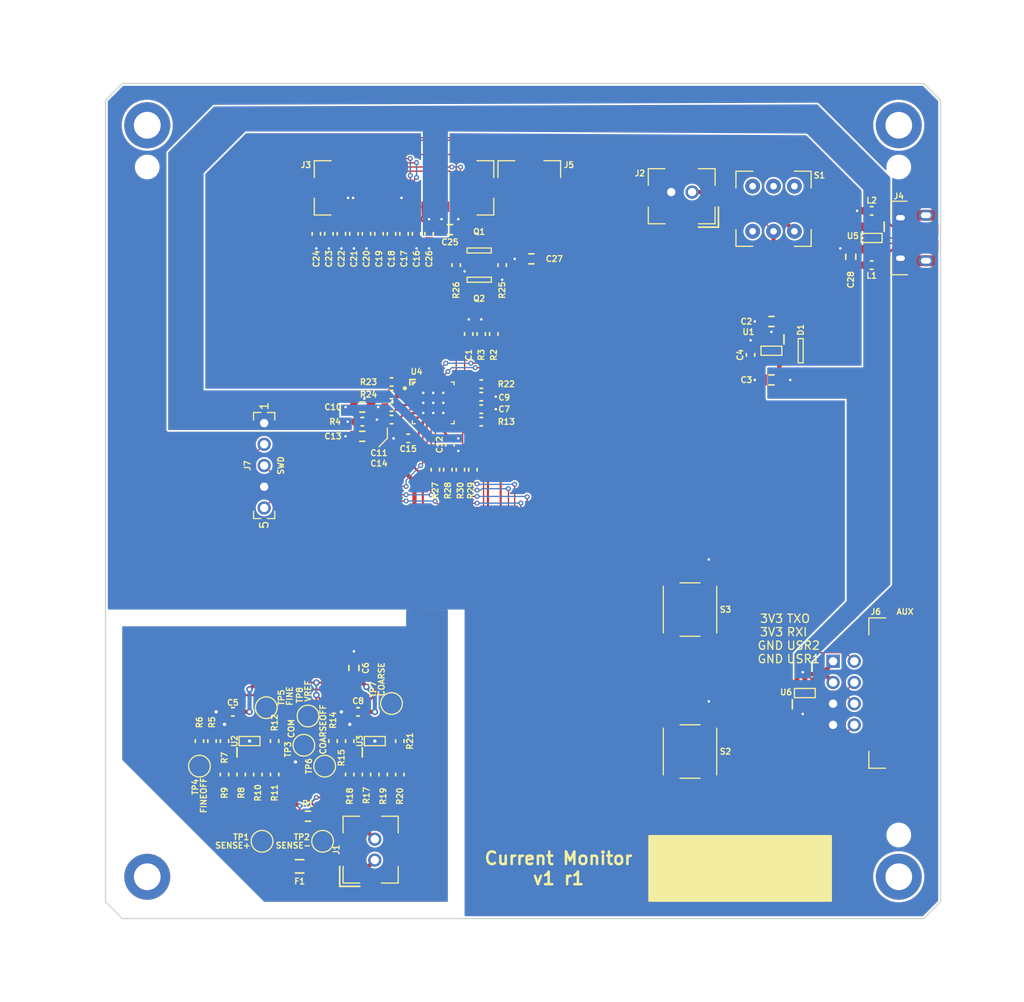
<source format=kicad_pcb>
(kicad_pcb (version 20170123) (host pcbnew "(2017-04-09 revision f00760150)-master")
  (title_block (title "Current Monitor") (date 2017-04-10) (rev "v1 r1") (company "Bits and Electrons Instruments"))
  (layers (0 F.Cu signal) (31 B.Cu signal) (34 B.Paste user) (35 F.Paste user) (36 B.SilkS user) (37 F.SilkS user) (38 B.Mask user) (39 F.Mask user) (44 Edge.Cuts user))
  (net 0 "")
  (net 1 SENSE+)
  (net 2 "Net-(R10-Pad1)")
  (net 3 COM)
  (net 4 VREF)
  (net 5 "Net-(R21-Pad1)")
  (net 6 SENSE-)
  (net 7 /BUTTON2)
  (net 8 /BUTTON1)
  (net 9 VBAT)
  (net 10 +3V3)
  (net 11 FINE)
  (net 12 /UART_TX)
  (net 13 /UART_RX)
  (net 14 COARSE)
  (net 15 /SWD_DIO)
  (net 16 /SWD_CLK)
  (net 17 /~RESET)
  (net 18 /LCD_DATA)
  (net 19 /~LCD_CS)
  (net 20 "Net-(J2-Pad1)")
  (net 21 +Vs)
  (net 22 BAT_SENSE)
  (net 23 "Net-(C4-Pad1)")
  (net 24 "Net-(C16-Pad1)")
  (net 25 "Net-(C17-Pad1)")
  (net 26 "Net-(C17-Pad2)")
  (net 27 "Net-(C18-Pad2)")
  (net 28 "Net-(C19-Pad1)")
  (net 29 "Net-(C19-Pad2)")
  (net 30 "Net-(C20-Pad1)")
  (net 31 "Net-(C21-Pad1)")
  (net 32 "Net-(C22-Pad1)")
  (net 33 "Net-(C23-Pad1)")
  (net 34 "Net-(C24-Pad1)")
  (net 35 VUSB)
  (net 36 "Net-(F1-Pad1)")
  (net 37 /~LCD_RES)
  (net 38 /LCD_CLK)
  (net 39 /LCD_MOSI)
  (net 40 "Net-(J4-Pad1)")
  (net 41 /USB_DM)
  (net 42 /USB_DP)
  (net 43 "Net-(J4-Pad5)")
  (net 44 "Net-(J5-Pad2)")
  (net 45 "Net-(Q1-PadB)")
  (net 46 "Net-(R5-Pad2)")
  (net 47 "Net-(R8-Pad1)")
  (net 48 "Net-(R11-Pad1)")
  (net 49 "Net-(R12-Pad1)")
  (net 50 "Net-(R14-Pad2)")
  (net 51 "Net-(R17-Pad1)")
  (net 52 "Net-(R19-Pad1)")
  (net 53 "Net-(R20-Pad1)")
  (net 54 "Net-(R23-Pad2)")
  (net 55 "Net-(R24-Pad2)")
  (net 56 "Net-(R27-Pad1)")
  (net 57 "Net-(R28-Pad1)")
  (net 58 "Net-(R29-Pad1)")
  (net 59 "Net-(R30-Pad1)")
  (net 60 "Net-(J4-Pad4)")
  (net 61 "Net-(S2-Pad1)")
  (net 62 "Net-(S2-Pad3)")
  (net 63 "Net-(S3-Pad1)")
  (net 64 "Net-(S3-Pad3)")
  (net 65 /AUX_USR2)
  (net 66 /AUX_USR1)
  (net 67 "Net-(U5-Pad4)")
  (net 68 "Net-(U4-Pad1)")
  (net 69 "Net-(U4-Pad6)")
  (net 70 "Net-(U4-Pad14)")
  (net 71 "Net-(U4-Pad22)")
  (net 72 "Net-(U4-Pad24)")
  (net 73 "Net-(J3-Pad1)")
  (net 74 "Net-(J3-Pad30)")
  (net 75 "Net-(S1-Pad1A)")
  (net 76 "Net-(S1-Pad2A)")
  (net 77 "Net-(S1-Pad2COM)")
  (net 78 "Net-(S1-Pad2B)")
  (net 79 "Net-(U5-Pad3)")
  (net 80 VIN)
  (net 81 "Net-(Q1-PadE)")
  (net 82 /LCD_LED)
  (module libs:stencil8hole (layer F.Cu) (at 75 80)
    (fp_text reference REF** hide)
    (fp_text value stencil8hole hide)
    (pad "" np_thru_hole circle (at 0 0) (size 2.55 2.55) (drill 2.55) (layers *.Cu *.Paste *.Mask))
  )
  (module libs:stencil8hole (layer F.Cu) (at 75 160)
    (fp_text reference REF** hide)
    (fp_text value stencil8hole hide)
    (pad "" np_thru_hole circle (at 0 0) (size 2.55 2.55) (drill 2.55) (layers *.Cu *.Paste *.Mask))
  )
  (module libs:stencil8hole (layer F.Cu) (at 165 160)
    (fp_text reference REF** hide)
    (fp_text value stencil8hole hide)
    (pad "" np_thru_hole circle (at 0 0) (size 2.55 2.55) (drill 2.55) (layers *.Cu *.Paste *.Mask))
  )
  (module libs:stencil8hole (layer F.Cu) (at 165 80)
    (fp_text reference REF** hide)
    (fp_text value stencil8hole hide)
    (pad "" np_thru_hole circle (at 0 0) (size 2.55 2.55) (drill 2.55) (layers *.Cu *.Paste *.Mask))
  )
  (module libs:SMD-2012 (layer F.Cu) (at 159.25 90.75 180)
    (fp_text reference C28 (at 0 -2.75 270) (layer F.SilkS) (effects (font (size 0.7 0.7))))
    (fp_text value "2.2u 16V" hide)
    (pad 1 smd rect (at 0 -1 180) (size 1.3 0.9) (layers F.Cu F.Paste F.Mask) (net 35 VUSB))
    (pad 2 smd rect (at 0 1 180) (size 1.3 0.9) (layers F.Cu F.Paste F.Mask) (net 3 COM))
  )
  (module libs:SMD-1608 (layer F.Cu) (at 104.25 105.75 90)
    (fp_text reference R23 (at 0 -2.75 180) (layer F.SilkS) (effects (font (size 0.7 0.7))))
    (fp_text value 33 hide)
    (pad 2 smd rect (at 0 0.8 90) (size 0.9 0.8) (layers F.Cu F.Paste F.Mask) (net 54 "Net-(R23-Pad2)"))
    (pad 1 smd rect (at 0 -0.8 90) (size 0.9 0.8) (layers F.Cu F.Paste F.Mask) (net 42 /USB_DP))
  )
  (module libs:SMD-1608 (layer F.Cu) (at 104.25 107.25 90)
    (fp_text reference R24 (at 0 -2.75 180) (layer F.SilkS) (effects (font (size 0.7 0.7))))
    (fp_text value 33 hide)
    (pad 1 smd rect (at 0 -0.8 90) (size 0.9 0.8) (layers F.Cu F.Paste F.Mask) (net 41 /USB_DM))
    (pad 2 smd rect (at 0 0.8 90) (size 0.9 0.8) (layers F.Cu F.Paste F.Mask) (net 55 "Net-(R24-Pad2)"))
  )
  (module libs:SMD-1608 (layer F.Cu) (at 117.5 91.75)
    (fp_text reference R25 (at 0 3 270) (layer F.SilkS) (effects (font (size 0.7 0.7))))
    (fp_text value 120 hide)
    (pad 1 smd rect (at 0 -0.8) (size 0.9 0.8) (layers F.Cu F.Paste F.Mask) (net 81 "Net-(Q1-PadE)"))
    (pad 2 smd rect (at 0 0.8) (size 0.9 0.8) (layers F.Cu F.Paste F.Mask) (net 3 COM))
  )
  (module libs:SMD-1608 (layer F.Cu) (at 112 91.75 180)
    (fp_text reference R26 (at 0 -3 270) (layer F.SilkS) (effects (font (size 0.7 0.7))))
    (fp_text value 1k hide)
    (pad 2 smd rect (at 0 0.8 180) (size 0.9 0.8) (layers F.Cu F.Paste F.Mask) (net 45 "Net-(Q1-PadB)"))
    (pad 1 smd rect (at 0 -0.8 180) (size 0.9 0.8) (layers F.Cu F.Paste F.Mask) (net 82 /LCD_LED))
  )
  (module libs:SMD-1608 (layer F.Cu) (at 109.5 116.25)
    (fp_text reference R27 (at 0 2.5 270) (layer F.SilkS) (effects (font (size 0.7 0.7))))
    (fp_text value 1k hide)
    (pad 2 smd rect (at 0 0.8) (size 0.9 0.8) (layers F.Cu F.Paste F.Mask) (net 13 /UART_RX))
    (pad 1 smd rect (at 0 -0.8) (size 0.9 0.8) (layers F.Cu F.Paste F.Mask) (net 56 "Net-(R27-Pad1)"))
  )
  (module libs:SMD-1608 (layer F.Cu) (at 114 116.25)
    (fp_text reference R29 (at -0.25 2.5 90) (layer F.SilkS) (effects (font (size 0.7 0.7))))
    (fp_text value 1k hide)
    (pad 1 smd rect (at 0 -0.8) (size 0.9 0.8) (layers F.Cu F.Paste F.Mask) (net 58 "Net-(R29-Pad1)"))
    (pad 2 smd rect (at 0 0.8) (size 0.9 0.8) (layers F.Cu F.Paste F.Mask) (net 65 /AUX_USR2))
  )
  (module libs:SMD-1608 (layer F.Cu) (at 86.25 152.75)
    (fp_text reference R8 (at 0 2.2 90) (layer F.SilkS) (effects (font (size 0.7 0.7))))
    (fp_text value 100 hide)
    (pad 1 smd rect (at 0 -0.8) (size 0.9 0.8) (layers F.Cu F.Paste F.Mask) (net 47 "Net-(R8-Pad1)"))
    (pad 2 smd rect (at 0 0.8) (size 0.9 0.8) (layers F.Cu F.Paste F.Mask) (net 1 SENSE+))
  )
  (module libs:SMD-1608 (layer F.Cu) (at 84.25 148.75 180)
    (fp_text reference R7 (at 0 -2 270) (layer F.SilkS) (effects (font (size 0.7 0.7))))
    (fp_text value 499 hide)
    (pad 2 smd rect (at 0 0.8 180) (size 0.9 0.8) (layers F.Cu F.Paste F.Mask) (net 3 COM))
    (pad 1 smd rect (at 0 -0.8 180) (size 0.9 0.8) (layers F.Cu F.Paste F.Mask) (net 46 "Net-(R5-Pad2)"))
  )
  (module libs:SMD-1608 (layer F.Cu) (at 81.25 148.75)
    (fp_text reference R6 (at 0 -2.25 90) (layer F.SilkS) (effects (font (size 0.7 0.7))))
    (fp_text value 100k hide)
    (pad 1 smd rect (at 0 -0.8) (size 0.9 0.8) (layers F.Cu F.Paste F.Mask) (net 4 VREF))
    (pad 2 smd rect (at 0 0.8) (size 0.9 0.8) (layers F.Cu F.Paste F.Mask) (net 46 "Net-(R5-Pad2)"))
  )
  (module libs:SMD-1608 (layer F.Cu) (at 82.75 148.75)
    (fp_text reference R5 (at 0 -2.25 270) (layer F.SilkS) (effects (font (size 0.7 0.7))))
    (fp_text value 100k hide)
    (pad 1 smd rect (at 0 -0.8) (size 0.9 0.8) (layers F.Cu F.Paste F.Mask) (net 4 VREF))
    (pad 2 smd rect (at 0 0.8) (size 0.9 0.8) (layers F.Cu F.Paste F.Mask) (net 46 "Net-(R5-Pad2)"))
  )
  (module libs:SMD-1608 (layer F.Cu) (at 100.75 110.5 90)
    (fp_text reference R4 (at 0 -3.25) (layer F.SilkS) (effects (font (size 0.7 0.7))))
    (fp_text value 100 hide)
    (pad 1 smd rect (at 0 -0.8 90) (size 0.9 0.8) (layers F.Cu F.Paste F.Mask) (net 10 +3V3))
    (pad 2 smd rect (at 0 0.8 90) (size 0.9 0.8) (layers F.Cu F.Paste F.Mask) (net 21 +Vs))
  )
  (module libs:SMD-1608 (layer F.Cu) (at 115 100 180)
    (fp_text reference R3 (at 0 -2.5 270) (layer F.SilkS) (effects (font (size 0.7 0.7))))
    (fp_text value 10k hide)
    (pad 1 smd rect (at 0 -0.8 180) (size 0.9 0.8) (layers F.Cu F.Paste F.Mask) (net 22 BAT_SENSE))
    (pad 2 smd rect (at 0 0.8 180) (size 0.9 0.8) (layers F.Cu F.Paste F.Mask) (net 3 COM))
  )
  (module libs:SMD-1608 (layer F.Cu) (at 116.5 100)
    (fp_text reference R2 (at 0 2.5 90) (layer F.SilkS) (effects (font (size 0.7 0.7))))
    (fp_text value 100k hide)
    (pad 1 smd rect (at 0 -0.8) (size 0.9 0.8) (layers F.Cu F.Paste F.Mask) (net 9 VBAT))
    (pad 2 smd rect (at 0 0.8) (size 0.9 0.8) (layers F.Cu F.Paste F.Mask) (net 22 BAT_SENSE))
  )
  (module libs:SMD-1608 (layer F.Cu) (at 84.25 152.75)
    (fp_text reference R9 (at 0 2.2 90) (layer F.SilkS) (effects (font (size 0.7 0.7))))
    (fp_text value 100k hide)
    (pad 1 smd rect (at 0 -0.8) (size 0.9 0.8) (layers F.Cu F.Paste F.Mask) (net 46 "Net-(R5-Pad2)"))
    (pad 2 smd rect (at 0 0.8) (size 0.9 0.8) (layers F.Cu F.Paste F.Mask) (net 47 "Net-(R8-Pad1)"))
  )
  (module libs:SMD-1608 (layer F.Cu) (at 115 106 270)
    (fp_text reference R22 (at 0 -3) (layer F.SilkS) (effects (font (size 0.7 0.7))))
    (fp_text value 10k hide)
    (pad 1 smd rect (at 0 -0.8 270) (size 0.9 0.8) (layers F.Cu F.Paste F.Mask) (net 5 "Net-(R21-Pad1)"))
    (pad 2 smd rect (at 0 0.8 270) (size 0.9 0.8) (layers F.Cu F.Paste F.Mask) (net 14 COARSE))
  )
  (module libs:SMD-1608 (layer F.Cu) (at 112.5 116.25)
    (fp_text reference R30 (at 0 2.5 90) (layer F.SilkS) (effects (font (size 0.7 0.7))))
    (fp_text value 1k hide)
    (pad 2 smd rect (at 0 0.8) (size 0.9 0.8) (layers F.Cu F.Paste F.Mask) (net 66 /AUX_USR1))
    (pad 1 smd rect (at 0 -0.8) (size 0.9 0.8) (layers F.Cu F.Paste F.Mask) (net 59 "Net-(R30-Pad1)"))
  )
  (module libs:SMD-1608 (layer F.Cu) (at 105.25 148.75)
    (fp_text reference R21 (at 1.2 0 90) (layer F.SilkS) (effects (font (size 0.7 0.7))))
    (fp_text value 499 hide)
    (pad 1 smd rect (at 0 -0.8) (size 0.9 0.8) (layers F.Cu F.Paste F.Mask) (net 5 "Net-(R21-Pad1)"))
    (pad 2 smd rect (at 0 0.8) (size 0.9 0.8) (layers F.Cu F.Paste F.Mask) (net 53 "Net-(R20-Pad1)"))
  )
  (module libs:SMD-1608 (layer F.Cu) (at 88.25 152.75)
    (fp_text reference R10 (at 0 2.2 90) (layer F.SilkS) (effects (font (size 0.7 0.7))))
    (fp_text value 100 hide)
    (pad 1 smd rect (at 0 -0.8) (size 0.9 0.8) (layers F.Cu F.Paste F.Mask) (net 2 "Net-(R10-Pad1)"))
    (pad 2 smd rect (at 0 0.8) (size 0.9 0.8) (layers F.Cu F.Paste F.Mask) (net 6 SENSE-))
  )
  (module libs:SMD-1608 (layer F.Cu) (at 90.25 152.75)
    (fp_text reference R11 (at 0 2.2 90) (layer F.SilkS) (effects (font (size 0.7 0.7))))
    (fp_text value 100k hide)
    (pad 1 smd rect (at 0 -0.8) (size 0.9 0.8) (layers F.Cu F.Paste F.Mask) (net 48 "Net-(R11-Pad1)"))
    (pad 2 smd rect (at 0 0.8) (size 0.9 0.8) (layers F.Cu F.Paste F.Mask) (net 2 "Net-(R10-Pad1)"))
  )
  (module libs:SMD-1608 (layer F.Cu) (at 90.25 148.75)
    (fp_text reference R12 (at 0 -2.2 90) (layer F.SilkS) (effects (font (size 0.7 0.7))))
    (fp_text value 499 hide)
    (pad 1 smd rect (at 0 -0.8) (size 0.9 0.8) (layers F.Cu F.Paste F.Mask) (net 49 "Net-(R12-Pad1)"))
    (pad 2 smd rect (at 0 0.8) (size 0.9 0.8) (layers F.Cu F.Paste F.Mask) (net 48 "Net-(R11-Pad1)"))
  )
  (module libs:SMD-1608 (layer F.Cu) (at 115 110.5 270)
    (fp_text reference R13 (at 0 -3) (layer F.SilkS) (effects (font (size 0.7 0.7))))
    (fp_text value 10k hide)
    (pad 1 smd rect (at 0 -0.8 270) (size 0.9 0.8) (layers F.Cu F.Paste F.Mask) (net 49 "Net-(R12-Pad1)"))
    (pad 2 smd rect (at 0 0.8 270) (size 0.9 0.8) (layers F.Cu F.Paste F.Mask) (net 11 FINE))
  )
  (module libs:SMD-1608 (layer F.Cu) (at 97.25 148.75)
    (fp_text reference R14 (at 0 -2.5 90) (layer F.SilkS) (effects (font (size 0.7 0.7))))
    (fp_text value 100k hide)
    (pad 1 smd rect (at 0 -0.8) (size 0.9 0.8) (layers F.Cu F.Paste F.Mask) (net 4 VREF))
    (pad 2 smd rect (at 0 0.8) (size 0.9 0.8) (layers F.Cu F.Paste F.Mask) (net 50 "Net-(R14-Pad2)"))
  )
  (module libs:SMD-1608 (layer F.Cu) (at 99.25 148.75 180)
    (fp_text reference R15 (at 1 -2 270) (layer F.SilkS) (effects (font (size 0.7 0.7))))
    (fp_text value 499 hide)
    (pad 2 smd rect (at 0 0.8 180) (size 0.9 0.8) (layers F.Cu F.Paste F.Mask) (net 3 COM))
    (pad 1 smd rect (at 0 -0.8 180) (size 0.9 0.8) (layers F.Cu F.Paste F.Mask) (net 50 "Net-(R14-Pad2)"))
  )
  (module libs:SMD-1608 (layer F.Cu) (at 101.25 152.75)
    (fp_text reference R17 (at 0 2.5 90) (layer F.SilkS) (effects (font (size 0.7 0.7))))
    (fp_text value 1k hide)
    (pad 1 smd rect (at 0 -0.8) (size 0.9 0.8) (layers F.Cu F.Paste F.Mask) (net 51 "Net-(R17-Pad1)"))
    (pad 2 smd rect (at 0 0.8) (size 0.9 0.8) (layers F.Cu F.Paste F.Mask) (net 1 SENSE+))
  )
  (module libs:SMD-1608 (layer F.Cu) (at 99.25 152.75)
    (fp_text reference R18 (at 0 2.6 90) (layer F.SilkS) (effects (font (size 0.7 0.7))))
    (fp_text value 10k hide)
    (pad 1 smd rect (at 0 -0.8) (size 0.9 0.8) (layers F.Cu F.Paste F.Mask) (net 50 "Net-(R14-Pad2)"))
    (pad 2 smd rect (at 0 0.8) (size 0.9 0.8) (layers F.Cu F.Paste F.Mask) (net 51 "Net-(R17-Pad1)"))
  )
  (module libs:SMD-1608 (layer F.Cu) (at 103.25 152.75)
    (fp_text reference R19 (at 0 2.6 90) (layer F.SilkS) (effects (font (size 0.7 0.7))))
    (fp_text value 1k hide)
    (pad 1 smd rect (at 0 -0.8) (size 0.9 0.8) (layers F.Cu F.Paste F.Mask) (net 52 "Net-(R19-Pad1)"))
    (pad 2 smd rect (at 0 0.8) (size 0.9 0.8) (layers F.Cu F.Paste F.Mask) (net 6 SENSE-))
  )
  (module libs:SMD-1608 (layer F.Cu) (at 105.25 152.75)
    (fp_text reference R20 (at 0 2.6 90) (layer F.SilkS) (effects (font (size 0.7 0.7))))
    (fp_text value 10k hide)
    (pad 1 smd rect (at 0 -0.8) (size 0.9 0.8) (layers F.Cu F.Paste F.Mask) (net 53 "Net-(R20-Pad1)"))
    (pad 2 smd rect (at 0 0.8) (size 0.9 0.8) (layers F.Cu F.Paste F.Mask) (net 52 "Net-(R19-Pad1)"))
  )
  (module libs:SMD-1608 (layer F.Cu) (at 111 116.25)
    (fp_text reference R28 (at 0 2.5 90) (layer F.SilkS) (effects (font (size 0.7 0.7))))
    (fp_text value 1k hide)
    (pad 1 smd rect (at 0 -0.8) (size 0.9 0.8) (layers F.Cu F.Paste F.Mask) (net 57 "Net-(R28-Pad1)"))
    (pad 2 smd rect (at 0 0.8) (size 0.9 0.8) (layers F.Cu F.Paste F.Mask) (net 12 /UART_TX))
  )
  (module libs:SMD-1608 (layer F.Cu) (at 102.75 88 180)
    (fp_text reference C19 (at 0 -3 270) (layer F.SilkS) (effects (font (size 0.7 0.7))))
    (fp_text value 1u hide)
    (pad 1 smd rect (at 0 -0.8 180) (size 0.9 0.8) (layers F.Cu F.Paste F.Mask) (net 28 "Net-(C19-Pad1)"))
    (pad 2 smd rect (at 0 0.8 180) (size 0.9 0.8) (layers F.Cu F.Paste F.Mask) (net 29 "Net-(C19-Pad2)"))
  )
  (module libs:SMD-1608 (layer F.Cu) (at 101.25 88)
    (fp_text reference C20 (at 0 3 90) (layer F.SilkS) (effects (font (size 0.7 0.7))))
    (fp_text value 1u hide)
    (pad 2 smd rect (at 0 0.8) (size 0.9 0.8) (layers F.Cu F.Paste F.Mask) (net 3 COM))
    (pad 1 smd rect (at 0 -0.8) (size 0.9 0.8) (layers F.Cu F.Paste F.Mask) (net 30 "Net-(C20-Pad1)"))
  )
  (module libs:SMD-1608 (layer F.Cu) (at 104.25 88 180)
    (fp_text reference C18 (at 0 -3 270) (layer F.SilkS) (effects (font (size 0.7 0.7))))
    (fp_text value 1u hide)
    (pad 2 smd rect (at 0 0.8 180) (size 0.9 0.8) (layers F.Cu F.Paste F.Mask) (net 27 "Net-(C18-Pad2)"))
    (pad 1 smd rect (at 0 -0.8 180) (size 0.9 0.8) (layers F.Cu F.Paste F.Mask) (net 26 "Net-(C17-Pad2)"))
  )
  (module libs:SMD-1608 (layer F.Cu) (at 98.25 88)
    (fp_text reference C22 (at 0 3 90) (layer F.SilkS) (effects (font (size 0.7 0.7))))
    (fp_text value 1u hide)
    (pad 2 smd rect (at 0 0.8) (size 0.9 0.8) (layers F.Cu F.Paste F.Mask) (net 3 COM))
    (pad 1 smd rect (at 0 -0.8) (size 0.9 0.8) (layers F.Cu F.Paste F.Mask) (net 32 "Net-(C22-Pad1)"))
  )
  (module libs:SMD-1608 (layer F.Cu) (at 96.75 88)
    (fp_text reference C23 (at 0 3 90) (layer F.SilkS) (effects (font (size 0.7 0.7))))
    (fp_text value 1u hide)
    (pad 1 smd rect (at 0 -0.8) (size 0.9 0.8) (layers F.Cu F.Paste F.Mask) (net 33 "Net-(C23-Pad1)"))
    (pad 2 smd rect (at 0 0.8) (size 0.9 0.8) (layers F.Cu F.Paste F.Mask) (net 3 COM))
  )
  (module libs:SMD-1608 (layer F.Cu) (at 95.25 88)
    (fp_text reference C24 (at 0 3 90) (layer F.SilkS) (effects (font (size 0.7 0.7))))
    (fp_text value 1u hide)
    (pad 2 smd rect (at 0 0.8) (size 0.9 0.8) (layers F.Cu F.Paste F.Mask) (net 3 COM))
    (pad 1 smd rect (at 0 -0.8) (size 0.9 0.8) (layers F.Cu F.Paste F.Mask) (net 34 "Net-(C24-Pad1)"))
  )
  (module libs:SMD-1608 (layer F.Cu) (at 108.75 88)
    (fp_text reference C26 (at 0 3 90) (layer F.SilkS) (effects (font (size 0.7 0.7))))
    (fp_text value 1u hide)
    (pad 2 smd rect (at 0 0.8) (size 0.9 0.8) (layers F.Cu F.Paste F.Mask) (net 3 COM))
    (pad 1 smd rect (at 0 -0.8) (size 0.9 0.8) (layers F.Cu F.Paste F.Mask) (net 10 +3V3))
  )
  (module libs:SMD-1608 (layer F.Cu) (at 111.25 113.25)
    (fp_text reference C12 (at -1.25 0 90) (layer F.SilkS) (effects (font (size 0.7 0.7))))
    (fp_text value 0.1u hide)
    (pad 1 smd rect (at 0 -0.8) (size 0.9 0.8) (layers F.Cu F.Paste F.Mask) (net 10 +3V3))
    (pad 2 smd rect (at 0 0.8) (size 0.9 0.8) (layers F.Cu F.Paste F.Mask) (net 3 COM))
  )
  (module libs:SMD-1608 (layer F.Cu) (at 99.75 88)
    (fp_text reference C21 (at 0 3 90) (layer F.SilkS) (effects (font (size 0.7 0.7))))
    (fp_text value 1u hide)
    (pad 1 smd rect (at 0 -0.8) (size 0.9 0.8) (layers F.Cu F.Paste F.Mask) (net 31 "Net-(C21-Pad1)"))
    (pad 2 smd rect (at 0 0.8) (size 0.9 0.8) (layers F.Cu F.Paste F.Mask) (net 3 COM))
  )
  (module libs:SMD-1608 (layer F.Cu) (at 105.75 88)
    (fp_text reference C17 (at 0 3 90) (layer F.SilkS) (effects (font (size 0.7 0.7))))
    (fp_text value 1u hide)
    (pad 1 smd rect (at 0 -0.8) (size 0.9 0.8) (layers F.Cu F.Paste F.Mask) (net 25 "Net-(C17-Pad1)"))
    (pad 2 smd rect (at 0 0.8) (size 0.9 0.8) (layers F.Cu F.Paste F.Mask) (net 26 "Net-(C17-Pad2)"))
  )
  (module libs:SMD-1608 (layer F.Cu) (at 106.25 112.5 270)
    (fp_text reference C15 (at 1.25 0) (layer F.SilkS) (effects (font (size 0.7 0.7))))
    (fp_text value 0.1u hide)
    (pad 1 smd rect (at 0 -0.8 270) (size 0.9 0.8) (layers F.Cu F.Paste F.Mask) (net 4 VREF))
    (pad 2 smd rect (at 0 0.8 270) (size 0.9 0.8) (layers F.Cu F.Paste F.Mask) (net 3 COM))
  )
  (module libs:SMD-1608 (layer F.Cu) (at 113.5 100 180)
    (fp_text reference C1 (at 0 -2.5 270) (layer F.SilkS) (effects (font (size 0.7 0.7))))
    (fp_text value 0.1u hide)
    (pad 1 smd rect (at 0 -0.8 180) (size 0.9 0.8) (layers F.Cu F.Paste F.Mask) (net 22 BAT_SENSE))
    (pad 2 smd rect (at 0 0.8 180) (size 0.9 0.8) (layers F.Cu F.Paste F.Mask) (net 3 COM))
  )
  (module libs:SMD-1608 (layer F.Cu) (at 147.25 102.5 180)
    (fp_text reference C4 (at 1.25 0 90) (layer F.SilkS) (effects (font (size 0.7 0.7))))
    (fp_text value 100p hide)
    (pad 1 smd rect (at 0 -0.8 180) (size 0.9 0.8) (layers F.Cu F.Paste F.Mask) (net 23 "Net-(C4-Pad1)"))
    (pad 2 smd rect (at 0 0.8 180) (size 0.9 0.8) (layers F.Cu F.Paste F.Mask) (net 3 COM))
  )
  (module libs:SMD-1608 (layer F.Cu) (at 85.25 145.25 270)
    (fp_text reference C5 (at -1.1 0) (layer F.SilkS) (effects (font (size 0.7 0.7))))
    (fp_text value 0.1u hide)
    (pad 1 smd rect (at 0 -0.8 270) (size 0.9 0.8) (layers F.Cu F.Paste F.Mask) (net 21 +Vs))
    (pad 2 smd rect (at 0 0.8 270) (size 0.9 0.8) (layers F.Cu F.Paste F.Mask) (net 3 COM))
  )
  (module libs:SMD-1608 (layer F.Cu) (at 115 109 90)
    (fp_text reference C7 (at 0 2.75 180) (layer F.SilkS) (effects (font (size 0.7 0.7))))
    (fp_text value 0.1u hide)
    (pad 1 smd rect (at 0 -0.8 90) (size 0.9 0.8) (layers F.Cu F.Paste F.Mask) (net 11 FINE))
    (pad 2 smd rect (at 0 0.8 90) (size 0.9 0.8) (layers F.Cu F.Paste F.Mask) (net 3 COM))
  )
  (module libs:SMD-1608 (layer F.Cu) (at 100.25 145.25 270)
    (fp_text reference C8 (at -1.3 0) (layer F.SilkS) (effects (font (size 0.7 0.7))))
    (fp_text value 0.1u hide)
    (pad 1 smd rect (at 0 -0.8 270) (size 0.9 0.8) (layers F.Cu F.Paste F.Mask) (net 21 +Vs))
    (pad 2 smd rect (at 0 0.8 270) (size 0.9 0.8) (layers F.Cu F.Paste F.Mask) (net 3 COM))
  )
  (module libs:SMD-1608 (layer F.Cu) (at 115 107.5 90)
    (fp_text reference C9 (at -0.1 2.75 180) (layer F.SilkS) (effects (font (size 0.7 0.7))))
    (fp_text value 0.1u hide)
    (pad 1 smd rect (at 0 -0.8 90) (size 0.9 0.8) (layers F.Cu F.Paste F.Mask) (net 14 COARSE))
    (pad 2 smd rect (at 0 0.8 90) (size 0.9 0.8) (layers F.Cu F.Paste F.Mask) (net 3 COM))
  )
  (module libs:SMD-1608 (layer F.Cu) (at 104.25 108.75 270)
    (fp_text reference C11 (at 5.5 1.5) (layer F.SilkS) (effects (font (size 0.7 0.7))))
    (fp_text value 0.1u hide)
    (pad 2 smd rect (at 0 0.8 270) (size 0.9 0.8) (layers F.Cu F.Paste F.Mask) (net 3 COM))
    (pad 1 smd rect (at 0 -0.8 270) (size 0.9 0.8) (layers F.Cu F.Paste F.Mask) (net 10 +3V3))
  )
  (module libs:SMD-1608 (layer F.Cu) (at 104.25 110.25 270)
    (fp_text reference C14 (at 5.25 1.5) (layer F.SilkS) (effects (font (size 0.7 0.7))))
    (fp_text value 0.1u hide)
    (pad 1 smd rect (at 0 -0.8 270) (size 0.9 0.8) (layers F.Cu F.Paste F.Mask) (net 21 +Vs))
    (pad 2 smd rect (at 0 0.8 270) (size 0.9 0.8) (layers F.Cu F.Paste F.Mask) (net 3 COM))
  )
  (module libs:SMD-1608 (layer F.Cu) (at 107.25 88)
    (fp_text reference C16 (at 0 3 90) (layer F.SilkS) (effects (font (size 0.7 0.7))))
    (fp_text value 1u hide)
    (pad 1 smd rect (at 0 -0.8) (size 0.9 0.8) (layers F.Cu F.Paste F.Mask) (net 24 "Net-(C16-Pad1)"))
    (pad 2 smd rect (at 0 0.8) (size 0.9 0.8) (layers F.Cu F.Paste F.Mask) (net 3 COM))
  )
  (module libs:SOT-23-BJT (layer F.Cu) (at 114.75 93.5 180)
    (fp_text reference Q2 (at 0 -2.25 180) (layer F.SilkS) (effects (font (size 0.7 0.7))))
    (fp_text value 2N2222 hide)
    (pad B smd rect (at -0.95 1 180) (size 0.8 0.9) (layers F.Cu F.Paste F.Mask) (net 81 "Net-(Q1-PadE)"))
    (pad E smd rect (at 0.95 1 180) (size 0.8 0.9) (layers F.Cu F.Paste F.Mask) (net 3 COM))
    (pad C smd rect (at 0 -1 180) (size 0.8 0.9) (layers F.Cu F.Paste F.Mask) (net 45 "Net-(Q1-PadB)"))
  )
  (module libs:CONN-2x4-1.0-PTH-RIGHT-SHROUD (layer F.Cu) (at 158.4 143 270)
    (fp_text reference J6 (at -9.75 -3.85) (layer F.SilkS) (effects (font (size 0.7 0.7))))
    (fp_text value AUX (at -9.75 -7.35 180) (layer F.SilkS) (effects (font (size 0.7 0.7))))
    (pad 8 thru_hole circle (at 3.81 -1.27 270) (size 1.6 1.6) (drill 1) (layers *.Cu *.Mask) (net 66 /AUX_USR1))
    (pad 7 thru_hole circle (at 3.81 1.27 270) (size 1.6 1.6) (drill 1) (layers *.Cu *.Mask) (net 3 COM))
    (pad 6 thru_hole circle (at 1.27 -1.27 270) (size 1.6 1.6) (drill 1) (layers *.Cu *.Mask) (net 65 /AUX_USR2))
    (pad 5 thru_hole circle (at 1.27 1.27 270) (size 1.6 1.6) (drill 1) (layers *.Cu *.Mask) (net 3 COM))
    (pad 4 thru_hole circle (at -1.27 -1.27 270) (size 1.6 1.6) (drill 1) (layers *.Cu *.Mask) (net 13 /UART_RX))
    (pad 3 thru_hole circle (at -1.27 1.27 270) (size 1.6 1.6) (drill 1) (layers *.Cu *.Mask) (net 10 +3V3))
    (pad 2 thru_hole circle (at -3.81 -1.27 270) (size 1.6 1.6) (drill 1) (layers *.Cu *.Mask) (net 12 /UART_TX))
    (pad 1 thru_hole rect (at -3.81 1.27 270) (size 1.6 1.6) (drill 1) (layers *.Cu *.Mask) (net 10 +3V3))
  )
  (module libs:HOLE-M3-COND (layer F.Cu) (at 75 165)
    (fp_text reference HOLE-M3 hide)
    (fp_text value VAL** hide)
    (pad 1 smd circle (at 0 0) (size 5.5 5.5) (layers F.Cu F.Mask) (clearance 0.3))
    (pad 1 smd circle (at 0 0) (size 5.5 5.5) (layers B.Cu B.Mask) (clearance 0.3))
    (pad 1 thru_hole circle (at 0 0) (size 3.6 3.6) (drill 3.2) (layers *.Cu) (clearance 0.2))
  )
  (module libs:HOLE-M3-COND (layer F.Cu) (at 165 165)
    (fp_text reference HOLE-M3 hide)
    (fp_text value VAL** hide)
    (pad 1 smd circle (at 0 0) (size 5.5 5.5) (layers F.Cu F.Mask) (clearance 0.3))
    (pad 1 smd circle (at 0 0) (size 5.5 5.5) (layers B.Cu B.Mask) (clearance 0.3))
    (pad 1 thru_hole circle (at 0 0) (size 3.6 3.6) (drill 3.2) (layers *.Cu) (clearance 0.2))
  )
  (module libs:HOLE-M3-COND (layer F.Cu) (at 75 75)
    (fp_text reference HOLE-M3 hide)
    (fp_text value VAL** hide)
    (pad 1 thru_hole circle (at 0 0) (size 3.6 3.6) (drill 3.2) (layers *.Cu) (clearance 0.2))
    (pad 1 smd circle (at 0 0) (size 5.5 5.5) (layers B.Cu B.Mask) (clearance 0.3))
    (pad 1 smd circle (at 0 0) (size 5.5 5.5) (layers F.Cu F.Mask) (clearance 0.3))
  )
  (module libs:HOLE-M3-COND (layer F.Cu) (at 75 75)
    (fp_text reference HOLE-M3 hide)
    (fp_text value VAL** hide)
    (pad 1 smd circle (at 0 0) (size 5.5 5.5) (layers F.Cu F.Mask) (clearance 0.3))
    (pad 1 smd circle (at 0 0) (size 5.5 5.5) (layers B.Cu B.Mask) (clearance 0.3))
    (pad 1 thru_hole circle (at 0 0) (size 3.6 3.6) (drill 3.2) (layers *.Cu) (clearance 0.2))
  )
  (module libs:HOLE-M3-COND (layer F.Cu) (at 165 75)
    (fp_text reference HOLE-M3 hide)
    (fp_text value VAL** hide)
    (pad 1 thru_hole circle (at 0 0) (size 3.6 3.6) (drill 3.2) (layers *.Cu) (clearance 0.2))
    (pad 1 smd circle (at 0 0) (size 5.5 5.5) (layers B.Cu B.Mask) (clearance 0.3))
    (pad 1 smd circle (at 0 0) (size 5.5 5.5) (layers F.Cu F.Mask) (clearance 0.3))
  )
  (module libs:ER-CON30HB-1 (layer F.Cu) (at 105.75 82.5 180)
    (fp_text reference J3 (at 11.75 2.75) (layer F.SilkS) (effects (font (size 0.7 0.7))))
    (fp_text value ERC12864-1 hide)
    (pad 30 smd rect (at 7.25 -2.25 180) (size 0.3 1.25) (layers F.Cu F.Paste F.Mask) (net 74 "Net-(J3-Pad30)"))
    (pad 29 smd rect (at 6.75 -2.25 180) (size 0.3 1.25) (layers F.Cu F.Paste F.Mask) (net 3 COM))
    (pad 28 smd rect (at 6.25 -2.25 180) (size 0.3 1.25) (layers F.Cu F.Paste F.Mask) (net 3 COM))
    (pad 27 smd rect (at 5.75 -2.25 180) (size 0.3 1.25) (layers F.Cu F.Paste F.Mask) (net 34 "Net-(C24-Pad1)"))
    (pad 26 smd rect (at 5.25 -2.25 180) (size 0.3 1.25) (layers F.Cu F.Paste F.Mask) (net 33 "Net-(C23-Pad1)"))
    (pad 25 smd rect (at 4.75 -2.25 180) (size 0.3 1.25) (layers F.Cu F.Paste F.Mask) (net 32 "Net-(C22-Pad1)"))
    (pad 24 smd rect (at 4.25 -2.25 180) (size 0.3 1.25) (layers F.Cu F.Paste F.Mask) (net 31 "Net-(C21-Pad1)"))
    (pad 23 smd rect (at 3.75 -2.25 180) (size 0.3 1.25) (layers F.Cu F.Paste F.Mask) (net 30 "Net-(C20-Pad1)"))
    (pad 22 smd rect (at 3.25 -2.25 180) (size 0.3 1.25) (layers F.Cu F.Paste F.Mask) (net 29 "Net-(C19-Pad2)"))
    (pad 21 smd rect (at 2.75 -2.25 180) (size 0.3 1.25) (layers F.Cu F.Paste F.Mask) (net 28 "Net-(C19-Pad1)"))
    (pad 20 smd rect (at 2.25 -2.25 180) (size 0.3 1.25) (layers F.Cu F.Paste F.Mask) (net 27 "Net-(C18-Pad2)"))
    (pad 19 smd rect (at 1.75 -2.25 180) (size 0.3 1.25) (layers F.Cu F.Paste F.Mask) (net 26 "Net-(C17-Pad2)"))
    (pad 18 smd rect (at 1.25 -2.25 180) (size 0.3 1.25) (layers F.Cu F.Paste F.Mask) (net 25 "Net-(C17-Pad1)"))
    (pad 17 smd rect (at 0.75 -2.25 180) (size 0.3 1.25) (layers F.Cu F.Paste F.Mask) (net 24 "Net-(C16-Pad1)"))
    (pad 16 smd rect (at 0.25 -2.25 180) (size 0.3 1.25) (layers F.Cu F.Paste F.Mask) (net 3 COM))
    (pad 15 smd rect (at -0.25 -2.25 180) (size 0.3 1.25) (layers F.Cu F.Paste F.Mask) (net 10 +3V3))
    (pad 14 smd rect (at -0.75 -2.25 180) (size 0.3 1.25) (layers F.Cu F.Paste F.Mask) (net 39 /LCD_MOSI))
    (pad 13 smd rect (at -1.25 -2.25 180) (size 0.3 1.25) (layers F.Cu F.Paste F.Mask) (net 38 /LCD_CLK))
    (pad 12 smd rect (at -1.75 -2.25 180) (size 0.3 1.25) (layers F.Cu F.Paste F.Mask) (net 10 +3V3))
    (pad 11 smd rect (at -2.25 -2.25 180) (size 0.3 1.25) (layers F.Cu F.Paste F.Mask) (net 10 +3V3))
    (pad 10 smd rect (at -2.75 -2.25 180) (size 0.3 1.25) (layers F.Cu F.Paste F.Mask) (net 10 +3V3))
    (pad 9 smd rect (at -3.25 -2.25 180) (size 0.3 1.25) (layers F.Cu F.Paste F.Mask) (net 10 +3V3))
    (pad 8 smd rect (at -3.75 -2.25 180) (size 0.3 1.25) (layers F.Cu F.Paste F.Mask) (net 10 +3V3))
    (pad 7 smd rect (at -4.25 -2.25 180) (size 0.3 1.25) (layers F.Cu F.Paste F.Mask) (net 10 +3V3))
    (pad 6 smd rect (at -4.75 -2.25 180) (size 0.3 1.25) (layers F.Cu F.Paste F.Mask) (net 10 +3V3))
    (pad 5 smd rect (at -5.25 -2.25 180) (size 0.3 1.25) (layers F.Cu F.Paste F.Mask) (net 10 +3V3))
    (pad 4 smd rect (at -5.75 -2.25 180) (size 0.3 1.25) (layers F.Cu F.Paste F.Mask) (net 18 /LCD_DATA))
    (pad 3 smd rect (at -6.25 -2.25 180) (size 0.3 1.25) (layers F.Cu F.Paste F.Mask) (net 37 /~LCD_RES))
    (pad 2 smd rect (at -6.75 -2.25 180) (size 0.3 1.25) (layers F.Cu F.Paste F.Mask) (net 19 /~LCD_CS))
    (pad "" smd rect (at 8.79 0.075 180) (size 2 3) (layers F.Cu F.Paste F.Mask))
    (pad "" smd rect (at -8.79 0.075 180) (size 2 3) (layers F.Cu F.Paste F.Mask))
    (pad 1 smd rect (at -7.25 -2.25 180) (size 0.3 1.25) (layers F.Cu F.Paste F.Mask) (net 73 "Net-(J3-Pad1)"))
  )
  (module libs:SWITCH-8x8-DPDT (layer F.Cu) (at 150 85)
    (fp_text reference S1 (at 5.5 -4) (layer F.SilkS) (effects (font (size 0.7 0.7))))
    (fp_text value POWER hide)
    (pad 2B thru_hole circle (at 2.5 -2.7) (size 1.8 1.8) (drill 0.8) (layers *.Cu *.Mask) (net 78 "Net-(S1-Pad2B)"))
    (pad 2COM thru_hole circle (at 0 -2.7) (size 1.8 1.8) (drill 0.8) (layers *.Cu *.Mask) (net 77 "Net-(S1-Pad2COM)"))
    (pad 2A thru_hole circle (at -2.5 -2.7) (size 1.8 1.8) (drill 0.8) (layers *.Cu *.Mask) (net 76 "Net-(S1-Pad2A)"))
    (pad 1B thru_hole circle (at 2.5 2.7) (size 1.8 1.8) (drill 0.8) (layers *.Cu *.Mask) (net 20 "Net-(J2-Pad1)"))
    (pad 1COM thru_hole circle (at 0 2.7) (size 1.8 1.8) (drill 0.8) (layers *.Cu *.Mask) (net 9 VBAT))
    (pad 1A thru_hole circle (at -2.5 2.7) (size 1.8 1.8) (drill 0.8) (layers *.Cu *.Mask) (net 75 "Net-(S1-Pad1A)"))
  )
  (module libs:CONN-5-2.54-1.0-PTH (layer F.Cu) (at 89 115.75 270)
    (fp_text reference J7 (at 0 2 270) (layer F.SilkS) (effects (font (size 0.7 0.7))))
    (fp_text value SWD (at 0 -2 270) (layer F.SilkS) (effects (font (size 0.7 0.7))))
    (fp_text user 5 (at 7.112 0 270) (layer F.SilkS))
    (fp_text user 1 (at -7.112 0 270) (layer F.SilkS))
    (pad 1 thru_hole rect (at -5.08 0 270) (size 1.5 1.5) (drill 1) (layers *.Cu *.Mask) (net 10 +3V3))
    (pad 2 thru_hole circle (at -2.54 0 270) (size 1.6 1.6) (drill 1) (layers *.Cu *.Mask) (net 15 /SWD_DIO))
    (pad 3 thru_hole circle (at 0 0 270) (size 1.6 1.6) (drill 1) (layers *.Cu *.Mask) (net 16 /SWD_CLK))
    (pad 4 thru_hole circle (at 2.54 0 270) (size 1.6 1.6) (drill 1) (layers *.Cu *.Mask) (net 3 COM))
    (pad 5 thru_hole circle (at 5.08 0 270) (size 1.6 1.6) (drill 1) (layers *.Cu *.Mask) (net 17 /~RESET))
  )
  (module libs:JST-XH-2-PTH-TOP (layer F.Cu) (at 102.25 161.75 90)
    (fp_text reference J1 (at 0 -4.6 90) (layer F.SilkS) (effects (font (size 0.7 0.7))))
    (fp_text value SENSE hide)
    (pad 1 thru_hole circle (at -1.25 0 90) (size 1.6 1.6) (drill 1) (layers *.Cu *.Mask) (net 36 "Net-(F1-Pad1)"))
    (pad 2 thru_hole circle (at 1.25 0 90) (size 1.6 1.6) (drill 1) (layers *.Cu *.Mask) (net 6 SENSE-))
  )
  (module libs:SMD-2012 (layer F.Cu) (at 121 91 270)
    (fp_text reference C27 (at 0 -2.75 180) (layer F.SilkS) (effects (font (size 0.7 0.7))))
    (fp_text value "2.2u 16V" hide)
    (pad 1 smd rect (at 0 -1 270) (size 1.3 0.9) (layers F.Cu F.Paste F.Mask) (net 80 VIN))
    (pad 2 smd rect (at 0 1 270) (size 1.3 0.9) (layers F.Cu F.Paste F.Mask) (net 3 COM))
  )
  (module libs:TESTPOINT-2.0 (layer F.Cu) (at 88.75 160.75)
    (fp_text reference TP1 (at -2.5 -0.5) (layer F.SilkS) (effects (font (size 0.7 0.7))))
    (fp_text value SENSE+ (at -3.5 0.5) (layer F.SilkS) (effects (font (size 0.7 0.7))))
    (pad TP smd circle (at 0 0) (size 2 2) (layers F.Cu F.Mask) (net 1 SENSE+))
  )
  (module libs:TESTPOINT-2.0 (layer F.Cu) (at 104.25 144.25 90)
    (fp_text reference TP7 (at 1.7 -2.2 90) (layer F.SilkS) (effects (font (size 0.7 0.7))))
    (fp_text value COARSE (at 2.9 -1.2 90) (layer F.SilkS) (effects (font (size 0.7 0.7))))
    (pad TP smd circle (at 0 0 90) (size 2 2) (layers F.Cu F.Mask) (net 5 "Net-(R21-Pad1)"))
  )
  (module libs:TESTPOINT-2.0 (layer F.Cu) (at 96.25 151.75 90)
    (fp_text reference TP6 (at 0 -1.9 90) (layer F.SilkS) (effects (font (size 0.7 0.7))))
    (fp_text value COARSEOFF (at 4.4 -0.2 90) (layer F.SilkS) (effects (font (size 0.7 0.7))))
    (pad TP smd circle (at 0 0 90) (size 2 2) (layers F.Cu F.Mask) (net 50 "Net-(R14-Pad2)"))
  )
  (module libs:TESTPOINT-2.0 (layer F.Cu) (at 93.75 149.25 90)
    (fp_text reference TP3 (at -0.5 -1.9 90) (layer F.SilkS) (effects (font (size 0.7 0.7))))
    (fp_text value COM (at 2 -1.5 90) (layer F.SilkS) (effects (font (size 0.7 0.7))))
    (pad TP smd circle (at 0 0 90) (size 2 2) (layers F.Cu F.Mask) (net 3 COM))
  )
  (module libs:TESTPOINT-2.0 (layer F.Cu) (at 94.25 145.75 180)
    (fp_text reference TP8 (at 1 2.5 270) (layer F.SilkS) (effects (font (size 0.7 0.7))))
    (fp_text value VREF (at 0 3 270) (layer F.SilkS) (effects (font (size 0.7 0.7))))
    (pad TP smd circle (at 0 0 180) (size 2 2) (layers F.Cu F.Mask) (net 4 VREF))
  )
  (module libs:TESTPOINT-2.0 (layer F.Cu) (at 89.25 144.75 90)
    (fp_text reference TP5 (at 1.2 1.8 90) (layer F.SilkS) (effects (font (size 0.7 0.7))))
    (fp_text value FINE (at 1.4 2.8 90) (layer F.SilkS) (effects (font (size 0.7 0.7))))
    (pad TP smd circle (at 0 0 90) (size 2 2) (layers F.Cu F.Mask) (net 49 "Net-(R12-Pad1)"))
  )
  (module libs:TESTPOINT-2.0 (layer F.Cu) (at 81.25 151.75 90)
    (fp_text reference TP4 (at -2.5 -0.5 90) (layer F.SilkS) (effects (font (size 0.7 0.7))))
    (fp_text value FINEOFF (at -3.5 0.5 270) (layer F.SilkS) (effects (font (size 0.7 0.7))))
    (pad TP smd circle (at 0 0 90) (size 2 2) (layers F.Cu F.Mask) (net 46 "Net-(R5-Pad2)"))
  )
  (module libs:TESTPOINT-2.0 (layer F.Cu) (at 96 160.75)
    (fp_text reference TP2 (at -2.5 -0.5) (layer F.SilkS) (effects (font (size 0.7 0.7))))
    (fp_text value SENSE- (at -3.5 0.5) (layer F.SilkS) (effects (font (size 0.7 0.7))))
    (pad TP smd circle (at 0 0) (size 2 2) (layers F.Cu F.Mask) (net 6 SENSE-))
  )
  (module libs:TACT-6mm (layer F.Cu) (at 140 133 90)
    (fp_text reference S3 (at 0 4.25 180) (layer F.SilkS) (effects (font (size 0.7 0.7))))
    (fp_text value TACTILE-4 hide)
    (pad 1 smd rect (at -4.3 -2.3 90) (size 2.4 1.4) (layers F.Cu F.Paste F.Mask) (net 63 "Net-(S3-Pad1)"))
    (pad 2 smd rect (at 4.3 -2.3 90) (size 2.4 1.4) (layers F.Cu F.Paste F.Mask) (net 7 /BUTTON2))
    (pad 3 smd rect (at -4.3 2.3 90) (size 2.4 1.4) (layers F.Cu F.Paste F.Mask) (net 64 "Net-(S3-Pad3)"))
    (pad 4 smd rect (at 4.3 2.3 90) (size 2.4 1.4) (layers F.Cu F.Paste F.Mask) (net 3 COM))
  )
  (module libs:TACT-6mm (layer F.Cu) (at 140 150 90)
    (fp_text reference S2 (at 0 4.25 180) (layer F.SilkS) (effects (font (size 0.7 0.7))))
    (fp_text value TACTILE-4 hide)
    (pad 1 smd rect (at -4.3 -2.3 90) (size 2.4 1.4) (layers F.Cu F.Paste F.Mask) (net 61 "Net-(S2-Pad1)"))
    (pad 2 smd rect (at 4.3 -2.3 90) (size 2.4 1.4) (layers F.Cu F.Paste F.Mask) (net 8 /BUTTON1))
    (pad 3 smd rect (at -4.3 2.3 90) (size 2.4 1.4) (layers F.Cu F.Paste F.Mask) (net 62 "Net-(S2-Pad3)"))
    (pad 4 smd rect (at 4.3 2.3 90) (size 2.4 1.4) (layers F.Cu F.Paste F.Mask) (net 3 COM))
  )
  (module libs:SOT-23-5 (layer F.Cu) (at 102.25 148.75)
    (fp_text reference U3 (at -1.8 0 90) (layer F.SilkS) (effects (font (size 0.7 0.7))))
    (fp_text value MCP6001U hide)
    (pad 1 smd rect (at -0.95 1.35) (size 0.6 1.05) (layers F.Cu F.Paste F.Mask) (net 51 "Net-(R17-Pad1)"))
    (pad 2 smd rect (at 0 1.35) (size 0.6 1.05) (layers F.Cu F.Paste F.Mask) (net 3 COM))
    (pad 3 smd rect (at 0.95 1.35) (size 0.6 1.05) (layers F.Cu F.Paste F.Mask) (net 52 "Net-(R19-Pad1)"))
    (pad 4 smd rect (at 0.95 -1.35) (size 0.6 1.05) (layers F.Cu F.Paste F.Mask) (net 5 "Net-(R21-Pad1)"))
    (pad 5 smd rect (at -0.95 -1.35) (size 0.6 1.05) (layers F.Cu F.Paste F.Mask) (net 21 +Vs))
  )
  (module libs:SOT-23-5 (layer F.Cu) (at 87.25 148.75)
    (fp_text reference U2 (at -1.8 0 90) (layer F.SilkS) (effects (font (size 0.7 0.7))))
    (fp_text value MCP6V81U hide)
    (pad 1 smd rect (at -0.95 1.35) (size 0.6 1.05) (layers F.Cu F.Paste F.Mask) (net 47 "Net-(R8-Pad1)"))
    (pad 2 smd rect (at 0 1.35) (size 0.6 1.05) (layers F.Cu F.Paste F.Mask) (net 3 COM))
    (pad 3 smd rect (at 0.95 1.35) (size 0.6 1.05) (layers F.Cu F.Paste F.Mask) (net 2 "Net-(R10-Pad1)"))
    (pad 4 smd rect (at 0.95 -1.35) (size 0.6 1.05) (layers F.Cu F.Paste F.Mask) (net 49 "Net-(R12-Pad1)"))
    (pad 5 smd rect (at -0.95 -1.35) (size 0.6 1.05) (layers F.Cu F.Paste F.Mask) (net 21 +Vs))
  )
  (module libs:SOT-23-5 (layer F.Cu) (at 149.75 102 180)
    (fp_text reference U1 (at 2.75 2.25) (layer F.SilkS) (effects (font (size 0.7 0.7))))
    (fp_text value AP2210K-3.3 hide)
    (pad 1 smd rect (at -0.95 1.35 180) (size 0.6 1.05) (layers F.Cu F.Paste F.Mask) (net 80 VIN))
    (pad 2 smd rect (at 0 1.35 180) (size 0.6 1.05) (layers F.Cu F.Paste F.Mask) (net 3 COM))
    (pad 3 smd rect (at 0.95 1.35 180) (size 0.6 1.05) (layers F.Cu F.Paste F.Mask) (net 80 VIN))
    (pad 4 smd rect (at 0.95 -1.35 180) (size 0.6 1.05) (layers F.Cu F.Paste F.Mask) (net 23 "Net-(C4-Pad1)"))
    (pad 5 smd rect (at -0.95 -1.35 180) (size 0.6 1.05) (layers F.Cu F.Paste F.Mask) (net 10 +3V3))
  )
  (module libs:SMD-2012 (layer F.Cu) (at 149.75 98.5 270)
    (fp_text reference C2 (at 0 3) (layer F.SilkS) (effects (font (size 0.7 0.7))))
    (fp_text value "2.2u 16V" hide)
    (pad 1 smd rect (at 0 -1 270) (size 1.3 0.9) (layers F.Cu F.Paste F.Mask) (net 80 VIN))
    (pad 2 smd rect (at 0 1 270) (size 1.3 0.9) (layers F.Cu F.Paste F.Mask) (net 3 COM))
  )
  (module libs:SMD-2012 (layer F.Cu) (at 149.75 105.5 270)
    (fp_text reference C3 (at 0 3) (layer F.SilkS) (effects (font (size 0.7 0.7))))
    (fp_text value 2.2u hide)
    (pad 1 smd rect (at 0 -1 270) (size 1.3 0.9) (layers F.Cu F.Paste F.Mask) (net 10 +3V3))
    (pad 2 smd rect (at 0 1 270) (size 1.3 0.9) (layers F.Cu F.Paste F.Mask) (net 3 COM))
  )
  (module libs:SMD-2012 (layer F.Cu) (at 99.75 140 180)
    (fp_text reference C6 (at -1.4 0 90) (layer F.SilkS) (effects (font (size 0.7 0.7))))
    (fp_text value "2.2u 16V" hide)
    (pad 1 smd rect (at 0 -1 180) (size 1.3 0.9) (layers F.Cu F.Paste F.Mask) (net 21 +Vs))
    (pad 2 smd rect (at 0 1 180) (size 1.3 0.9) (layers F.Cu F.Paste F.Mask) (net 3 COM))
  )
  (module libs:SMD-2012 (layer F.Cu) (at 94.25 157.75 90)
    (fp_text reference R1 (at 1.5 0 180) (layer F.SilkS) (effects (font (size 0.7 0.7))))
    (fp_text value 0.33 hide)
    (pad 1 smd rect (at 0 -1 90) (size 1.3 0.9) (layers F.Cu F.Paste F.Mask) (net 1 SENSE+))
    (pad 2 smd rect (at 0 1 90) (size 1.3 0.9) (layers F.Cu F.Paste F.Mask) (net 6 SENSE-))
  )
  (module libs:JST-XH-2-PTH-TOP (layer F.Cu) (at 139 83 180)
    (fp_text reference J2 (at 5 2.25 180) (layer F.SilkS) (effects (font (size 0.7 0.7))))
    (fp_text value BATTERY hide)
    (pad 1 thru_hole circle (at -1.25 0 180) (size 1.6 1.6) (drill 1) (layers *.Cu *.Mask) (net 20 "Net-(J2-Pad1)"))
    (pad 2 thru_hole circle (at 1.25 0 180) (size 1.6 1.6) (drill 1) (layers *.Cu *.Mask) (net 3 COM))
  )
  (module libs:SMD-2012 (layer F.Cu) (at 100.75 108.75 270)
    (fp_text reference C10 (at 0 3.5) (layer F.SilkS) (effects (font (size 0.7 0.7))))
    (fp_text value 2.2u hide)
    (pad 1 smd rect (at 0 -1 270) (size 1.3 0.9) (layers F.Cu F.Paste F.Mask) (net 10 +3V3))
    (pad 2 smd rect (at 0 1 270) (size 1.3 0.9) (layers F.Cu F.Paste F.Mask) (net 3 COM))
  )
  (module libs:SMD-2012 (layer F.Cu) (at 100.75 112.25 270)
    (fp_text reference C13 (at 0 3.5) (layer F.SilkS) (effects (font (size 0.7 0.7))))
    (fp_text value 2.2u hide)
    (pad 2 smd rect (at 0 1 270) (size 1.3 0.9) (layers F.Cu F.Paste F.Mask) (net 3 COM))
    (pad 1 smd rect (at 0 -1 270) (size 1.3 0.9) (layers F.Cu F.Paste F.Mask) (net 21 +Vs))
  )
  (module libs:SMD-2012 (layer F.Cu) (at 111.25 87.5 90)
    (fp_text reference C25 (at -1.5 0 180) (layer F.SilkS) (effects (font (size 0.7 0.7))))
    (fp_text value "2.2u 16V" hide)
    (pad 1 smd rect (at 0 -1 90) (size 1.3 0.9) (layers F.Cu F.Paste F.Mask) (net 10 +3V3))
    (pad 2 smd rect (at 0 1 90) (size 1.3 0.9) (layers F.Cu F.Paste F.Mask) (net 3 COM))
  )
  (module libs:SOT-23 (layer F.Cu) (at 153.25 102 90)
    (fp_text reference D1 (at 2.5 0 90) (layer F.SilkS) (effects (font (size 0.7 0.7))))
    (fp_text value BAV70 hide)
    (pad 1 smd rect (at -0.95 1 90) (size 0.8 0.9) (layers F.Cu F.Paste F.Mask) (net 35 VUSB))
    (pad 2 smd rect (at 0.95 1 90) (size 0.8 0.9) (layers F.Cu F.Paste F.Mask) (net 9 VBAT))
    (pad 3 smd rect (at 0 -1 90) (size 0.8 0.9) (layers F.Cu F.Paste F.Mask) (net 80 VIN))
  )
  (module libs:SMD-3216 (layer F.Cu) (at 93.25 163.75 270)
    (fp_text reference F1 (at 1.8 0) (layer F.SilkS) (effects (font (size 0.7 0.7))))
    (fp_text value 1.1A hide)
    (pad 1 smd rect (at 0 -1.5 270) (size 1.8 1.2) (layers F.Cu F.Paste F.Mask) (net 36 "Net-(F1-Pad1)"))
    (pad 2 smd rect (at 0 1.5 270) (size 1.8 1.2) (layers F.Cu F.Paste F.Mask) (net 1 SENSE+))
  )
  (module libs:USB-MICRO-B-FCI-10103594 (layer F.Cu) (at 168.25 88.5 90)
    (fp_text reference J4 (at 5 -3.25 180) (layer F.SilkS) (effects (font (size 0.7 0.7))))
    (fp_text value USB-MICROB hide)
    (pad "" smd rect (at 0.9625 0.25 90) (size 1.425 2.5) (layers F.Cu F.Paste F.Mask))
    (pad SHIE thru_hole oval (at -2.425 -3.05 90) (size 1.25 1.65) (drill oval 0.65 1.05) (layers B.Cu B.Mask) (net 3 COM))
    (pad SHIE thru_hole oval (at 2.425 -3.05 90) (size 1.25 1.65) (drill oval 0.65 1.05) (layers B.Cu B.Mask) (net 3 COM))
    (pad SHIE smd rect (at -2.9 -3.05 90) (size 2 1.5) (layers F.Cu F.Paste F.Mask) (net 3 COM))
    (pad SHIE smd rect (at 2.9 -3.05 90) (size 2 1.5) (layers F.Cu F.Paste F.Mask) (net 3 COM))
    (pad "" smd rect (at -3 -1.7 90) (size 1.8 0.7) (layers F.Cu F.Paste F.Mask))
    (pad "" smd rect (at 3 -1.7 90) (size 1.8 0.7) (layers F.Cu F.Paste F.Mask))
    (pad "" smd rect (at 2.725 -0.675 90) (size 1.3 2.75) (layers F.Cu F.Paste F.Mask))
    (pad "" smd rect (at -2.725 -0.675 90) (size 1.3 2.75) (layers F.Cu F.Paste F.Mask))
    (pad "" smd oval (at 2.725 0.7 90) (size 1.3 0.8) (layers F.Cu F.Paste F.Mask))
    (pad "" smd oval (at -2.725 0.7 90) (size 1.3 0.8) (layers F.Cu F.Paste F.Mask))
    (pad "" thru_hole oval (at -2.725 0 90) (size 1.3 1.8) (drill oval 0.7 1.2) (layers *.Cu *.Mask F.Paste))
    (pad "" thru_hole oval (at 2.725 0 90) (size 1.3 1.8) (drill oval 0.7 1.2) (layers *.Cu *.Mask F.Paste))
    (pad 5 smd rect (at 1.3 -2.825 90) (size 0.4 1.75) (layers F.Cu F.Paste F.Mask) (net 43 "Net-(J4-Pad5)"))
    (pad 4 smd rect (at 0.65 -2.825 90) (size 0.4 1.75) (layers F.Cu F.Paste F.Mask) (net 60 "Net-(J4-Pad4)"))
    (pad 3 smd rect (at 0 -2.825 90) (size 0.4 1.75) (layers F.Cu F.Paste F.Mask) (net 42 /USB_DP))
    (pad 2 smd rect (at -0.65 -2.825 90) (size 0.4 1.75) (layers F.Cu F.Paste F.Mask) (net 41 /USB_DM))
    (pad 1 smd rect (at -1.3 -2.825 90) (size 0.4 1.75) (layers F.Cu F.Paste F.Mask) (net 40 "Net-(J4-Pad1)"))
    (pad "" smd rect (at -0.9625 0.25 90) (size 1.425 2.5) (layers F.Cu F.Paste F.Mask))
  )
  (module libs:ER-CON2.0-2P-SMD (layer F.Cu) (at 120.75 83)
    (fp_text reference J5 (at 4.75 -3.25 180) (layer F.SilkS) (effects (font (size 0.7 0.7))))
    (fp_text value LCD_BL hide)
    (pad "" smd rect (at 2.75 -1.625) (size 1.4 3.8) (layers F.Cu F.Paste F.Mask))
    (pad "" smd rect (at -2.75 -1.625) (size 1.4 3.8) (layers F.Cu F.Paste F.Mask))
    (pad 1 smd rect (at 1 4.75) (size 1 2.85) (layers F.Cu F.Paste F.Mask) (net 80 VIN))
    (pad 2 smd rect (at -1 4.75) (size 1 2.85) (layers F.Cu F.Paste F.Mask) (net 44 "Net-(J5-Pad2)"))
  )
  (module libs:SMD-1608 (layer F.Cu) (at 161.75 91.75 270)
    (fp_text reference L1 (at 1.25 0) (layer F.SilkS) (effects (font (size 0.7 0.7))))
    (fp_text value 22u hide)
    (pad 1 smd rect (at 0 -0.8 270) (size 0.9 0.8) (layers F.Cu F.Paste F.Mask) (net 40 "Net-(J4-Pad1)"))
    (pad 2 smd rect (at 0 0.8 270) (size 0.9 0.8) (layers F.Cu F.Paste F.Mask) (net 35 VUSB))
  )
  (module libs:SMD-1608 (layer F.Cu) (at 161.75 85.25 270)
    (fp_text reference L2 (at -1.25 0) (layer F.SilkS) (effects (font (size 0.7 0.7))))
    (fp_text value 22u hide)
    (pad 2 smd rect (at 0 0.8 270) (size 0.9 0.8) (layers F.Cu F.Paste F.Mask) (net 3 COM))
    (pad 1 smd rect (at 0 -0.8 270) (size 0.9 0.8) (layers F.Cu F.Paste F.Mask) (net 43 "Net-(J4-Pad5)"))
  )
  (module libs:MKL27ZxxVFM4 (layer F.Cu) (at 109.25 108.25)
    (fp_text reference U4 (at -2 -3.75) (layer F.SilkS) (effects (font (size 0.7 0.7))))
    (fp_text value MKL27ZxxVFM4 hide)
    (pad FLAG smd rect (at 0 0) (size 3.6 3.6) (layers F.Cu F.Mask) (net 3 COM))
    (pad FLAG thru_hole circle (at -1.2 -1.2) (size 0.3 0.3) (drill 0.3) (layers *.Cu) (net 3 COM))
    (pad FLAG thru_hole circle (at -1.2 0) (size 0.3 0.3) (drill 0.3) (layers *.Cu) (net 3 COM))
    (pad FLAG thru_hole circle (at -1.2 1.2) (size 0.3 0.3) (drill 0.3) (layers *.Cu) (net 3 COM))
    (pad FLAG thru_hole circle (at 0 -1.2) (size 0.3 0.3) (drill 0.3) (layers *.Cu) (net 3 COM))
    (pad FLAG thru_hole circle (at 0 0) (size 0.3 0.3) (drill 0.3) (layers *.Cu) (net 3 COM))
    (pad FLAG thru_hole circle (at 0 1.2) (size 0.3 0.3) (drill 0.3) (layers *.Cu) (net 3 COM))
    (pad FLAG thru_hole circle (at 1.2 -1.2) (size 0.3 0.3) (drill 0.3) (layers *.Cu) (net 3 COM))
    (pad FLAG thru_hole circle (at 1.2 0) (size 0.3 0.3) (drill 0.3) (layers *.Cu) (net 3 COM))
    (pad FLAG thru_hole circle (at 1.2 1.2) (size 0.3 0.3) (drill 0.3) (layers *.Cu) (net 3 COM))
    (pad FLAG smd rect (at -0.786396 -0.786396) (size 1.272792 1.272792) (layers F.Cu F.Paste) (net 3 COM))
    (pad FLAG smd rect (at -0.786396 0.786396) (size 1.272792 1.272792) (layers F.Cu F.Paste) (net 3 COM))
    (pad FLAG smd rect (at 0.786396 -0.786396) (size 1.272792 1.272792) (layers F.Cu F.Paste) (net 3 COM))
    (pad FLAG smd rect (at 0.786396 0.786396) (size 1.272792 1.272792) (layers F.Cu F.Paste) (net 3 COM))
    (pad 1 smd oval (at -2.5 -1.75) (size 0.8 0.3) (layers F.Cu F.Paste F.Mask) (net 68 "Net-(U4-Pad1)"))
    (pad 2 smd oval (at -2.5 -1.25) (size 0.8 0.3) (layers F.Cu F.Paste F.Mask) (net 3 COM))
    (pad 3 smd oval (at -2.5 -0.75) (size 0.8 0.3) (layers F.Cu F.Paste F.Mask) (net 54 "Net-(R23-Pad2)"))
    (pad 4 smd oval (at -2.5 -0.25) (size 0.8 0.3) (layers F.Cu F.Paste F.Mask) (net 55 "Net-(R24-Pad2)"))
    (pad 5 smd oval (at -2.5 0.25) (size 0.8 0.3) (layers F.Cu F.Paste F.Mask) (net 10 +3V3))
    (pad 6 smd oval (at -2.5 0.75) (size 0.8 0.3) (layers F.Cu F.Paste F.Mask) (net 69 "Net-(U4-Pad6)"))
    (pad 7 smd oval (at -2.5 1.25) (size 0.8 0.3) (layers F.Cu F.Paste F.Mask) (net 21 +Vs))
    (pad 8 smd oval (at -2.5 1.75) (size 0.8 0.3) (layers F.Cu F.Paste F.Mask) (net 3 COM))
    (pad 9 smd oval (at -1.75 2.5 90) (size 0.8 0.3) (layers F.Cu F.Paste F.Mask) (net 4 VREF))
    (pad 10 smd oval (at -1.25 2.5 90) (size 0.8 0.3) (layers F.Cu F.Paste F.Mask) (net 16 /SWD_CLK))
    (pad 11 smd oval (at -0.75 2.5 90) (size 0.8 0.3) (layers F.Cu F.Paste F.Mask) (net 56 "Net-(R27-Pad1)"))
    (pad 12 smd oval (at -0.25 2.5 90) (size 0.8 0.3) (layers F.Cu F.Paste F.Mask) (net 57 "Net-(R28-Pad1)"))
    (pad 13 smd oval (at 0.25 2.5 90) (size 0.8 0.3) (layers F.Cu F.Paste F.Mask) (net 15 /SWD_DIO))
    (pad 14 smd oval (at 0.75 2.5 90) (size 0.8 0.3) (layers F.Cu F.Paste F.Mask) (net 70 "Net-(U4-Pad14)"))
    (pad 15 smd oval (at 1.25 2.5 90) (size 0.8 0.3) (layers F.Cu F.Paste F.Mask) (net 10 +3V3))
    (pad 16 smd oval (at 1.75 2.5 90) (size 0.8 0.3) (layers F.Cu F.Paste F.Mask) (net 3 COM))
    (pad 17 smd oval (at 2.5 1.75) (size 0.8 0.3) (layers F.Cu F.Paste F.Mask) (net 59 "Net-(R30-Pad1)"))
    (pad 18 smd oval (at 2.5 1.25) (size 0.8 0.3) (layers F.Cu F.Paste F.Mask) (net 58 "Net-(R29-Pad1)"))
    (pad 19 smd oval (at 2.5 0.75) (size 0.8 0.3) (layers F.Cu F.Paste F.Mask) (net 17 /~RESET))
    (pad 20 smd oval (at 2.5 0.25) (size 0.8 0.3) (layers F.Cu F.Paste F.Mask) (net 11 FINE))
    (pad 21 smd oval (at 2.5 -0.25) (size 0.8 0.3) (layers F.Cu F.Paste F.Mask) (net 14 COARSE))
    (pad 22 smd oval (at 2.5 -0.75) (size 0.8 0.3) (layers F.Cu F.Paste F.Mask) (net 71 "Net-(U4-Pad22)"))
    (pad 23 smd oval (at 2.5 -1.25) (size 0.8 0.3) (layers F.Cu F.Paste F.Mask) (net 22 BAT_SENSE))
    (pad 24 smd oval (at 2.5 -1.75) (size 0.8 0.3) (layers F.Cu F.Paste F.Mask) (net 72 "Net-(U4-Pad24)"))
    (pad 25 smd oval (at 1.75 -2.5 90) (size 0.8 0.3) (layers F.Cu F.Paste F.Mask) (net 82 /LCD_LED))
    (pad 26 smd oval (at 1.25 -2.5 90) (size 0.8 0.3) (layers F.Cu F.Paste F.Mask) (net 8 /BUTTON1))
    (pad 27 smd oval (at 0.75 -2.5 90) (size 0.8 0.3) (layers F.Cu F.Paste F.Mask) (net 7 /BUTTON2))
    (pad 28 smd oval (at 0.25 -2.5 90) (size 0.8 0.3) (layers F.Cu F.Paste F.Mask) (net 18 /LCD_DATA))
    (pad 29 smd oval (at -0.25 -2.5 90) (size 0.8 0.3) (layers F.Cu F.Paste F.Mask) (net 19 /~LCD_CS))
    (pad 30 smd oval (at -0.75 -2.5 90) (size 0.8 0.3) (layers F.Cu F.Paste F.Mask) (net 38 /LCD_CLK))
    (pad 31 smd oval (at -1.25 -2.5 90) (size 0.8 0.3) (layers F.Cu F.Paste F.Mask) (net 39 /LCD_MOSI))
    (pad 32 smd oval (at -1.75 -2.5 90) (size 0.8 0.3) (layers F.Cu F.Paste F.Mask) (net 37 /~LCD_RES))
  )
  (module libs:SOT-23-6 (layer F.Cu) (at 161.75 88.5 180)
    (fp_text reference U5 (at 2.25 0.25) (layer F.SilkS) (effects (font (size 0.7 0.7))))
    (fp_text value NUP4114 hide)
    (pad 1 smd rect (at -0.95 1.35 180) (size 0.6 1.05) (layers F.Cu F.Paste F.Mask) (net 42 /USB_DP))
    (pad 2 smd rect (at 0 1.35 180) (size 0.6 1.05) (layers F.Cu F.Paste F.Mask) (net 43 "Net-(J4-Pad5)"))
    (pad 3 smd rect (at 0.95 1.35 180) (size 0.6 1.05) (layers F.Cu F.Paste F.Mask) (net 79 "Net-(U5-Pad3)"))
    (pad 4 smd rect (at 0.95 -1.35 180) (size 0.6 1.05) (layers F.Cu F.Paste F.Mask) (net 67 "Net-(U5-Pad4)"))
    (pad 6 smd rect (at -0.95 -1.35 180) (size 0.6 1.05) (layers F.Cu F.Paste F.Mask) (net 41 /USB_DM))
    (pad 5 smd rect (at 0 -1.35 180) (size 0.6 1.05) (layers F.Cu F.Paste F.Mask) (net 40 "Net-(J4-Pad1)"))
  )
  (module libs:SOT-23-6 (layer F.Cu) (at 153.75 143)
    (fp_text reference U6 (at -2.25 -0.1) (layer F.SilkS) (effects (font (size 0.7 0.7))))
    (fp_text value NUP4114 hide)
    (pad 5 smd rect (at 0 -1.35) (size 0.6 1.05) (layers F.Cu F.Paste F.Mask) (net 10 +3V3))
    (pad 6 smd rect (at -0.95 -1.35) (size 0.6 1.05) (layers F.Cu F.Paste F.Mask) (net 12 /UART_TX))
    (pad 4 smd rect (at 0.95 -1.35) (size 0.6 1.05) (layers F.Cu F.Paste F.Mask) (net 13 /UART_RX))
    (pad 3 smd rect (at 0.95 1.35) (size 0.6 1.05) (layers F.Cu F.Paste F.Mask) (net 65 /AUX_USR2))
    (pad 2 smd rect (at 0 1.35) (size 0.6 1.05) (layers F.Cu F.Paste F.Mask) (net 3 COM))
    (pad 1 smd rect (at -0.95 1.35) (size 0.6 1.05) (layers F.Cu F.Paste F.Mask) (net 66 /AUX_USR1))
  )
  (module libs:SOT-23-BJT (layer F.Cu) (at 114.75 90)
    (fp_text reference Q1 (at 0 -2.25) (layer F.SilkS) (effects (font (size 0.7 0.7))))
    (fp_text value 2N2222 hide)
    (pad B smd rect (at -0.95 1) (size 0.8 0.9) (layers F.Cu F.Paste F.Mask) (net 45 "Net-(Q1-PadB)"))
    (pad E smd rect (at 0.95 1) (size 0.8 0.9) (layers F.Cu F.Paste F.Mask) (net 81 "Net-(Q1-PadE)"))
    (pad C smd rect (at 0 -1) (size 0.8 0.9) (layers F.Cu F.Paste F.Mask) (net 44 "Net-(J5-Pad2)"))
  )
  (gr_text "Current Monitor\nv1 r1" (at 124.25 164) (layer F.SilkS) (effects (font (size 1.5 1.5) (thickness 0.3))))
  (gr_text "TXO\nRXI\nUSR2\nUSR1" (at 151.5 136.5) (layer F.SilkS) (effects (font (size 1 1)) (justify left)))
  (gr_text "3V3\n3V3\nGND\nGND" (at 151.25 136.5) (layer F.SilkS) (effects (font (size 1 1)) (justify right)))
  (gr_line (start 103.75 111.25) (end 103.75 112.5) (layer F.SilkS) (width 0.15))
  (gr_line (start 102.75 113.5) (end 103.75 112.5) (layer F.SilkS) (width 0.15))
  (gr_line (start 170 72) (end 168 70) (layer Edge.Cuts) (width 0.15))
  (gr_line (start 72 70) (end 168 70) (layer Edge.Cuts) (width 0.15))
  (gr_line (start 70 72) (end 72 70) (layer Edge.Cuts) (width 0.15))
  (gr_line (start 70 168) (end 70 72) (layer Edge.Cuts) (width 0.15))
  (gr_line (start 72 170) (end 70 168) (layer Edge.Cuts) (width 0.15))
  (gr_line (start 168 170) (end 72 170) (layer Edge.Cuts) (width 0.15))
  (gr_line (start 170 168) (end 168 170) (layer Edge.Cuts) (width 0.15))
  (gr_line (start 170 72) (end 170 168) (layer Edge.Cuts) (width 0.15))
  (segment (start 88.75 159) (end 88.75 160.75) (width 0.25) (layer F.Cu) (net 1))
  (segment (start 93.25 156.5) (end 91.25 156.5) (width 0.25) (layer F.Cu) (net 1))
  (segment (start 91.25 156.5) (end 88.75 159) (width 0.25) (layer F.Cu) (net 1))
  (segment (start 95.25 155.5) (end 99.95 155.5) (width 0.25) (layer F.Cu) (net 1))
  (segment (start 99.95 155.5) (end 101.25 154.2) (width 0.25) (layer F.Cu) (net 1))
  (segment (start 101.25 154.2) (end 101.25 153.55) (width 0.25) (layer F.Cu) (net 1))
  (segment (start 93.25 156.5) (end 94.25 156.5) (width 0.25) (layer B.Cu) (net 1))
  (segment (start 94.25 156.5) (end 95.25 155.5) (width 0.25) (layer B.Cu) (net 1))
  (segment (start 93.25 156.5) (end 93.25 157.75) (width 0.25) (layer F.Cu) (net 1))
  (segment (start 87.25 155.75) (end 92.5 155.75) (width 0.25) (layer F.Cu) (net 1))
  (segment (start 92.5 155.75) (end 93.25 156.5) (width 0.25) (layer F.Cu) (net 1))
  (segment (start 86.25 153.55) (end 86.25 154.75) (width 0.25) (layer F.Cu) (net 1))
  (segment (start 86.25 154.75) (end 87.25 155.75) (width 0.25) (layer F.Cu) (net 1))
  (segment (start 93.25 156.75) (end 93.25 156.5) (width 0.15) (layer F.Cu) (net 1))
  (via (at 93.25 156.5) (size 0.6) (drill 0.3) (layers F.Cu B.Cu) (net 1))
  (via (at 95.25 155.5) (size 0.6) (drill 0.3) (layers F.Cu B.Cu) (net 1))
  (segment (start 92.25 155.75) (end 87.25 155.75) (width 0.15) (layer F.Cu) (net 1))
  (segment (start 93.25 156.75) (end 92.25 155.75) (width 0.15) (layer F.Cu) (net 1))
  (segment (start 93.25 157.75) (end 93.25 156.75) (width 0.15) (layer F.Cu) (net 1))
  (segment (start 91.75 158.25) (end 92.25 157.75) (width 0.5) (layer F.Cu) (net 1))
  (segment (start 92.25 157.75) (end 93.25 157.75) (width 0.5) (layer F.Cu) (net 1))
  (segment (start 91.75 163.75) (end 91.75 158.25) (width 0.5) (layer F.Cu) (net 1))
  (segment (start 90.25 153.55) (end 90.2 153.55) (width 0.25) (layer F.Cu) (net 2))
  (segment (start 90.2 153.55) (end 88.6 151.95) (width 0.25) (layer F.Cu) (net 2))
  (segment (start 88.6 151.95) (end 88.25 151.95) (width 0.25) (layer F.Cu) (net 2))
  (segment (start 88.2 150.1) (end 88.2 151.9) (width 0.25) (layer F.Cu) (net 2))
  (segment (start 88.2 151.9) (end 88.25 151.95) (width 0.25) (layer F.Cu) (net 2))
  (segment (start 159.25 89.75) (end 158 89.75) (width 0.5) (layer F.Cu) (net 3))
  (via (at 158 89.75) (size 0.6) (drill 0.3) (layers F.Cu B.Cu) (net 3))
  (segment (start 153.75 144.35) (end 153.75 145.25) (width 0.5) (layer F.Cu) (net 3))
  (segment (start 153.75 145.25) (end 153.5 145.5) (width 0.5) (layer F.Cu) (net 3))
  (via (at 153.5 145.5) (size 0.6) (drill 0.3) (layers F.Cu B.Cu) (net 3))
  (segment (start 156.124999 145.275001) (end 156.124999 145.804999) (width 0.5) (layer F.Cu) (net 3))
  (segment (start 156.124999 145.804999) (end 157.13 146.81) (width 0.5) (layer F.Cu) (net 3))
  (segment (start 153.75 144.35) (end 153.75 144.945002) (width 0.5) (layer F.Cu) (net 3))
  (segment (start 153.75 144.945002) (end 154.079999 145.275001) (width 0.5) (layer F.Cu) (net 3))
  (segment (start 154.079999 145.275001) (end 156.124999 145.275001) (width 0.5) (layer F.Cu) (net 3))
  (segment (start 156.124999 145.275001) (end 156.330001 145.069999) (width 0.5) (layer F.Cu) (net 3))
  (segment (start 156.330001 145.069999) (end 157.13 144.27) (width 0.5) (layer F.Cu) (net 3))
  (segment (start 117.5 92.55) (end 117.5 93.5) (width 0.25) (layer F.Cu) (net 3))
  (via (at 117.5 93.5) (size 0.6) (drill 0.3) (layers F.Cu B.Cu) (net 3))
  (segment (start 113.8 92.5) (end 113 92.5) (width 0.15) (layer F.Cu) (net 3))
  (via (at 113 92.5) (size 0.6) (drill 0.3) (layers F.Cu B.Cu) (net 3))
  (segment (start 165.2 86.075) (end 165.2 85.6) (width 0.5) (layer F.Cu) (net 3))
  (segment (start 165.2 90.925) (end 165.2 91.4) (width 0.5) (layer F.Cu) (net 3))
  (segment (start 142.3 145.7) (end 142.3 144.05) (width 0.5) (layer F.Cu) (net 3))
  (segment (start 142.3 144.05) (end 142.25 144) (width 0.5) (layer F.Cu) (net 3))
  (via (at 142.25 144) (size 0.6) (drill 0.3) (layers F.Cu B.Cu) (net 3))
  (segment (start 142.3 128.7) (end 142.3 127.05) (width 0.5) (layer F.Cu) (net 3))
  (segment (start 142.3 127.05) (end 142.25 127) (width 0.5) (layer F.Cu) (net 3))
  (via (at 142.25 127) (size 0.6) (drill 0.3) (layers F.Cu B.Cu) (net 3))
  (segment (start 107.75 127.5) (end 98.54 118.29) (width 0.15) (layer B.Cu) (net 3))
  (segment (start 98.54 118.29) (end 89 118.29) (width 0.15) (layer B.Cu) (net 3))
  (segment (start 107.75 136.5) (end 107.75 127.5) (width 0.15) (layer B.Cu) (net 3))
  (segment (start 106.25 138) (end 107.75 136.5) (width 0.15) (layer B.Cu) (net 3))
  (segment (start 99.75 138) (end 106.25 138) (width 0.15) (layer B.Cu) (net 3))
  (segment (start 99.75 108.75) (end 98.75 108.75) (width 0.5) (layer F.Cu) (net 3))
  (via (at 98.75 108.75) (size 0.6) (drill 0.3) (layers F.Cu B.Cu) (net 3))
  (segment (start 160.95 85.25) (end 160 85.25) (width 0.5) (layer F.Cu) (net 3))
  (via (at 160 85.25) (size 0.6) (drill 0.3) (layers F.Cu B.Cu) (net 3))
  (segment (start 148.75 105.5) (end 147.75 105.5) (width 0.5) (layer F.Cu) (net 3))
  (segment (start 149.75 100.65) (end 149.75 99.75) (width 0.5) (layer F.Cu) (net 3))
  (segment (start 147.25 101.7) (end 147.25 100.75) (width 0.5) (layer F.Cu) (net 3))
  (segment (start 148.75 98.5) (end 147.75 98.5) (width 0.5) (layer F.Cu) (net 3))
  (segment (start 99.75 139) (end 99.75 138) (width 0.5) (layer F.Cu) (net 3))
  (via (at 99.75 138) (size 0.6) (drill 0.3) (layers F.Cu B.Cu) (net 3))
  (via (at 99.75 138) (size 0.6) (drill 0.3) (layers F.Cu B.Cu) (net 3))
  (segment (start 115.8 109) (end 116.75 109) (width 0.5) (layer F.Cu) (net 3))
  (via (at 116.75 109) (size 0.6) (drill 0.3) (layers F.Cu B.Cu) (net 3))
  (segment (start 115.8 107.5) (end 116.75 107.5) (width 0.5) (layer F.Cu) (net 3))
  (via (at 116.75 107.5) (size 0.6) (drill 0.3) (layers F.Cu B.Cu) (net 3))
  (segment (start 115 99.2) (end 115 98.25) (width 0.15) (layer F.Cu) (net 3))
  (segment (start 113.5 99.2) (end 113.5 98.25) (width 0.15) (layer F.Cu) (net 3))
  (via (at 113.5 98.25) (size 0.6) (drill 0.3) (layers F.Cu B.Cu) (net 3))
  (via (at 115 98.25) (size 0.6) (drill 0.3) (layers F.Cu B.Cu) (net 3))
  (segment (start 111.25 114.05) (end 112.2 114.05) (width 0.5) (layer F.Cu) (net 3))
  (segment (start 112.2 114.05) (end 112.25 114) (width 0.5) (layer F.Cu) (net 3))
  (segment (start 105.45 112.5) (end 104.5 112.5) (width 0.5) (layer F.Cu) (net 3))
  (via (at 104.5 112.5) (size 0.6) (drill 0.3) (layers F.Cu B.Cu) (net 3))
  (segment (start 103.45 110.25) (end 102.5 110.25) (width 0.5) (layer F.Cu) (net 3))
  (via (at 102.5 110.25) (size 0.6) (drill 0.3) (layers F.Cu B.Cu) (net 3))
  (segment (start 103.45 108.75) (end 102.650002 108.75) (width 0.5) (layer F.Cu) (net 3))
  (via (at 102.650002 108.75) (size 0.6) (drill 0.3) (layers F.Cu B.Cu) (net 3))
  (segment (start 99.75 112.25) (end 98.75 112.25) (width 0.5) (layer F.Cu) (net 3))
  (via (at 98.75 112.25) (size 0.6) (drill 0.3) (layers F.Cu B.Cu) (net 3))
  (via (at 104.5 112.5) (size 0.6) (drill 0.3) (layers F.Cu B.Cu) (net 3))
  (segment (start 120 91) (end 119 91) (width 0.5) (layer F.Cu) (net 3))
  (via (at 119 91) (size 0.6) (drill 0.3) (layers F.Cu B.Cu) (net 3))
  (segment (start 103.45 110.25) (end 103.25 110.25) (width 0.25) (layer F.Cu) (net 3))
  (segment (start 106.75 107) (end 108 107) (width 0.25) (layer F.Cu) (net 3))
  (segment (start 108 107) (end 108.05 107.05) (width 0.25) (layer F.Cu) (net 3))
  (segment (start 106.75 110) (end 107.5 110) (width 0.25) (layer F.Cu) (net 3))
  (segment (start 107.5 110) (end 108.05 109.45) (width 0.25) (layer F.Cu) (net 3))
  (segment (start 111 110.75) (end 111 110) (width 0.25) (layer F.Cu) (net 3))
  (segment (start 111 110) (end 109.25 108.25) (width 0.25) (layer F.Cu) (net 3))
  (via (at 112.25 114) (size 0.6) (drill 0.3) (layers F.Cu B.Cu) (net 3))
  (segment (start 112.25 87.5) (end 112.25 86.25) (width 0.5) (layer F.Cu) (net 3))
  (via (at 112.25 86.25) (size 0.6) (drill 0.3) (layers F.Cu B.Cu) (net 3))
  (segment (start 95.25 88.8) (end 95.25 89.75) (width 0.5) (layer F.Cu) (net 3))
  (via (at 95.25 89.75) (size 0.6) (drill 0.3) (layers F.Cu B.Cu) (net 3))
  (segment (start 96.75 88.8) (end 96.75 89.75) (width 0.5) (layer F.Cu) (net 3))
  (via (at 96.75 89.75) (size 0.6) (drill 0.3) (layers F.Cu B.Cu) (net 3))
  (segment (start 98.25 88.8) (end 98.25 89.75) (width 0.5) (layer F.Cu) (net 3))
  (via (at 98.25 89.75) (size 0.6) (drill 0.3) (layers F.Cu B.Cu) (net 3))
  (segment (start 99.75 88.8) (end 99.75 89.75) (width 0.5) (layer F.Cu) (net 3))
  (via (at 99.75 89.75) (size 0.6) (drill 0.3) (layers F.Cu B.Cu) (net 3))
  (segment (start 101.25 88.8) (end 101.25 89.75) (width 0.5) (layer F.Cu) (net 3))
  (via (at 101.25 89.75) (size 0.6) (drill 0.3) (layers F.Cu B.Cu) (net 3))
  (segment (start 108.75 88.8) (end 108.75 89.75) (width 0.5) (layer F.Cu) (net 3))
  (via (at 108.75 89.75) (size 0.6) (drill 0.3) (layers F.Cu B.Cu) (net 3))
  (segment (start 107.25 88.8) (end 107.25 89.75) (width 0.5) (layer F.Cu) (net 3))
  (via (at 107.25 89.75) (size 0.6) (drill 0.3) (layers F.Cu B.Cu) (net 3))
  (segment (start 105.5 84.75) (end 105.5 83.75) (width 0.25) (layer F.Cu) (net 3))
  (segment (start 105.5 83.75) (end 105.45 83.7) (width 0.25) (layer F.Cu) (net 3))
  (via (at 105.45 83.7) (size 0.6) (drill 0.3) (layers F.Cu B.Cu) (net 3))
  (segment (start 99 84.75) (end 99 83.75) (width 0.25) (layer F.Cu) (net 3))
  (segment (start 99 83.75) (end 99.05 83.7) (width 0.25) (layer F.Cu) (net 3))
  (via (at 99.05 83.7) (size 0.6) (drill 0.3) (layers F.Cu B.Cu) (net 3))
  (segment (start 99.5 84.75) (end 99.5 83.85) (width 0.25) (layer F.Cu) (net 3))
  (segment (start 99.5 83.85) (end 99.65 83.7) (width 0.25) (layer F.Cu) (net 3))
  (via (at 99.65 83.7) (size 0.6) (drill 0.3) (layers F.Cu B.Cu) (net 3))
  (via (at 147.75 105.5) (size 0.6) (drill 0.3) (layers F.Cu B.Cu) (net 3))
  (via (at 147.25 100.75) (size 0.6) (drill 0.3) (layers F.Cu B.Cu) (net 3))
  (via (at 147.75 98.5) (size 0.6) (drill 0.3) (layers F.Cu B.Cu) (net 3))
  (via (at 149.75 99.75) (size 0.6) (drill 0.3) (layers F.Cu B.Cu) (net 3))
  (segment (start 84.25 147.95) (end 84.25 146.75) (width 0.5) (layer F.Cu) (net 3))
  (via (at 84.25 146.75) (size 0.8) (drill 0.4) (layers F.Cu B.Cu) (net 3))
  (segment (start 93.75 149.25) (end 93.75 150.25) (width 0.5) (layer F.Cu) (net 3))
  (via (at 92.75 151.25) (size 0.8) (drill 0.4) (layers F.Cu B.Cu) (net 3))
  (segment (start 93.75 150.25) (end 92.75 151.25) (width 0.5) (layer F.Cu) (net 3))
  (segment (start 99.45 145.25) (end 98.25 145.25) (width 0.5) (layer F.Cu) (net 3))
  (via (at 98.25 145.25) (size 0.8) (drill 0.4) (layers F.Cu B.Cu) (net 3))
  (segment (start 99.25 147.95) (end 99.25 146.75) (width 0.5) (layer F.Cu) (net 3))
  (segment (start 102.25 150.1) (end 102.25 148.75) (width 0.5) (layer F.Cu) (net 3))
  (via (at 99.25 146.75) (size 0.8) (drill 0.4) (layers F.Cu B.Cu) (net 3))
  (via (at 102.25 148.75) (size 0.8) (drill 0.4) (layers F.Cu B.Cu) (net 3))
  (segment (start 84.45 145.25) (end 83.25 145.25) (width 0.5) (layer F.Cu) (net 3))
  (via (at 83.25 145.25) (size 0.8) (drill 0.4) (layers F.Cu B.Cu) (net 3))
  (segment (start 87.25 150.1) (end 87.25 148.75) (width 0.5) (layer F.Cu) (net 3))
  (via (at 87.25 148.75) (size 0.8) (drill 0.4) (layers F.Cu B.Cu) (net 3))
  (segment (start 108 117) (end 108 136) (width 0.25) (layer F.Cu) (net 4))
  (segment (start 107.05 112.5) (end 107.05 116.05) (width 0.25) (layer F.Cu) (net 4))
  (segment (start 107.05 116.05) (end 108 117) (width 0.25) (layer F.Cu) (net 4))
  (segment (start 108 136) (end 102.34999 141.65001) (width 0.25) (layer F.Cu) (net 4))
  (segment (start 102.34999 141.65001) (end 102.34999 142.584312) (width 0.25) (layer F.Cu) (net 4))
  (segment (start 101.684302 143.25) (end 98.25 143.25) (width 0.25) (layer F.Cu) (net 4))
  (segment (start 98.25 143.25) (end 96.75 141.75) (width 0.25) (layer F.Cu) (net 4))
  (segment (start 102.34999 142.584312) (end 101.684302 143.25) (width 0.25) (layer F.Cu) (net 4))
  (segment (start 96.75 141.75) (end 95.25 141.75) (width 0.25) (layer F.Cu) (net 4))
  (segment (start 107.5 110.75) (end 107.5 112.05) (width 0.25) (layer F.Cu) (net 4))
  (segment (start 107.5 112.05) (end 107.05 112.5) (width 0.25) (layer F.Cu) (net 4))
  (segment (start 95.25 141.75) (end 89.25 141.75) (width 0.25) (layer F.Cu) (net 4))
  (segment (start 89.25 141.75) (end 87.75 143.25) (width 0.25) (layer F.Cu) (net 4))
  (segment (start 87.75 143.25) (end 84.250998 143.25) (width 0.25) (layer F.Cu) (net 4))
  (segment (start 84.250998 143.25) (end 81.25 146.250998) (width 0.25) (layer F.Cu) (net 4))
  (segment (start 81.25 146.250998) (end 81.25 147.95) (width 0.25) (layer F.Cu) (net 4))
  (segment (start 81.25 147.95) (end 82.75 147.95) (width 0.25) (layer F.Cu) (net 4))
  (segment (start 95.25 143.25) (end 95.25 141.75) (width 0.25) (layer B.Cu) (net 4))
  (via (at 95.25 141.75) (size 0.8) (drill 0.4) (layers F.Cu B.Cu) (net 4))
  (segment (start 95.25 143.25) (end 95.249999 144.750001) (width 0.25) (layer F.Cu) (net 4))
  (segment (start 95.249999 144.750001) (end 94.25 145.75) (width 0.25) (layer F.Cu) (net 4))
  (segment (start 97.25 147.95) (end 97.25 145.25) (width 0.25) (layer F.Cu) (net 4))
  (segment (start 97.25 145.25) (end 95.25 143.25) (width 0.25) (layer F.Cu) (net 4))
  (via (at 95.25 143.25) (size 0.8) (drill 0.4) (layers F.Cu B.Cu) (net 4))
  (segment (start 110 136) (end 110 130.354998) (width 0.25) (layer F.Cu) (net 5))
  (segment (start 110 130.354998) (end 117.325001 123.029997) (width 0.25) (layer F.Cu) (net 5))
  (segment (start 117.325001 123.029997) (end 117.325001 106.875001) (width 0.25) (layer F.Cu) (net 5))
  (segment (start 117.325001 106.875001) (end 116.45 106) (width 0.25) (layer F.Cu) (net 5))
  (segment (start 116.45 106) (end 115.8 106) (width 0.25) (layer F.Cu) (net 5))
  (segment (start 103.2 142.8) (end 110 136) (width 0.25) (layer F.Cu) (net 5))
  (segment (start 103.2 144.25) (end 103.2 142.8) (width 0.25) (layer F.Cu) (net 5))
  (segment (start 103.2 144.25) (end 103.2 147.4) (width 0.25) (layer F.Cu) (net 5))
  (segment (start 104.25 144.25) (end 103.2 144.25) (width 0.25) (layer F.Cu) (net 5))
  (segment (start 103.2 147.4) (end 103.2 145.3) (width 0.25) (layer F.Cu) (net 5))
  (segment (start 103.2 147.4) (end 104.7 147.4) (width 0.25) (layer F.Cu) (net 5))
  (segment (start 104.7 147.4) (end 105.25 147.95) (width 0.25) (layer F.Cu) (net 5))
  (segment (start 95.25 157.75) (end 95.25 160) (width 0.25) (layer F.Cu) (net 6))
  (segment (start 95.25 160) (end 96 160.75) (width 0.25) (layer F.Cu) (net 6))
  (segment (start 88.25 153.55) (end 88.25 154.2) (width 0.25) (layer F.Cu) (net 6))
  (segment (start 88.25 154.2) (end 88.8 154.75) (width 0.25) (layer F.Cu) (net 6))
  (segment (start 88.8 154.75) (end 93.25 154.75) (width 0.25) (layer F.Cu) (net 6))
  (segment (start 93.25 154.75) (end 95.25 156.75) (width 0.25) (layer F.Cu) (net 6))
  (segment (start 95.25 157.75) (end 95.25 156.75) (width 0.25) (layer F.Cu) (net 6))
  (segment (start 103.25 153.55) (end 103.25 154.2) (width 0.25) (layer F.Cu) (net 6))
  (segment (start 103.25 154.2) (end 100.7 156.75) (width 0.25) (layer F.Cu) (net 6))
  (segment (start 100.7 156.75) (end 95.25 156.75) (width 0.25) (layer F.Cu) (net 6))
  (segment (start 95.25 157.75) (end 99.5 157.75) (width 0.5) (layer F.Cu) (net 6))
  (segment (start 99.5 157.75) (end 102.25 160.5) (width 0.5) (layer F.Cu) (net 6))
  (segment (start 137.7 128.7) (end 137.7 115.45) (width 0.15) (layer F.Cu) (net 7))
  (segment (start 137.7 115.45) (end 125.75 103.5) (width 0.15) (layer F.Cu) (net 7))
  (segment (start 125.75 103.5) (end 113.75 103.5) (width 0.15) (layer F.Cu) (net 7))
  (segment (start 110.75 103.5) (end 113.75 103.5) (width 0.15) (layer B.Cu) (net 7))
  (via (at 113.75 103.5) (size 0.6) (drill 0.3) (layers F.Cu B.Cu) (net 7))
  (segment (start 110 105.75) (end 110 104.25) (width 0.15) (layer F.Cu) (net 7))
  (segment (start 110 104.25) (end 110.75 103.5) (width 0.15) (layer F.Cu) (net 7))
  (via (at 110.75 103.5) (size 0.6) (drill 0.3) (layers F.Cu B.Cu) (net 7))
  (segment (start 136.75 115.25) (end 136.75 119.25) (width 0.15) (layer F.Cu) (net 8))
  (segment (start 114.280332 104.030332) (end 111.469668 104.030332) (width 0.15) (layer B.Cu) (net 8))
  (segment (start 111.469668 104.030332) (end 111 104.5) (width 0.15) (layer B.Cu) (net 8))
  (segment (start 136.75 119.25) (end 136.75 144.25) (width 0.15) (layer F.Cu) (net 8))
  (segment (start 136.75 144.25) (end 137.7 145.2) (width 0.15) (layer F.Cu) (net 8))
  (segment (start 137.7 145.2) (end 137.7 145.7) (width 0.15) (layer F.Cu) (net 8))
  (segment (start 125.530332 104.030332) (end 136.75 115.25) (width 0.15) (layer F.Cu) (net 8))
  (segment (start 114.280332 104.030332) (end 125.530332 104.030332) (width 0.15) (layer F.Cu) (net 8))
  (via (at 114.280332 104.030332) (size 0.6) (drill 0.3) (layers F.Cu B.Cu) (net 8))
  (segment (start 110.5 105.75) (end 110.5 105) (width 0.15) (layer F.Cu) (net 8))
  (segment (start 110.5 105) (end 111 104.5) (width 0.15) (layer F.Cu) (net 8))
  (via (at 111 104.5) (size 0.6) (drill 0.3) (layers F.Cu B.Cu) (net 8))
  (segment (start 116.5 99.2) (end 116.55 99.2) (width 0.15) (layer F.Cu) (net 9))
  (segment (start 116.55 99.2) (end 120.75 95) (width 0.15) (layer F.Cu) (net 9))
  (segment (start 120.75 95) (end 120.75 86.419998) (width 0.15) (layer F.Cu) (net 9))
  (segment (start 120.75 86.419998) (end 121.419998 85.75) (width 0.15) (layer F.Cu) (net 9))
  (segment (start 121.419998 85.75) (end 148.05 85.75) (width 0.15) (layer F.Cu) (net 9))
  (segment (start 148.05 85.75) (end 150 87.7) (width 0.15) (layer F.Cu) (net 9))
  (segment (start 150 90.5) (end 154.25 94.75) (width 0.5) (layer F.Cu) (net 9))
  (segment (start 154.25 94.75) (end 154.25 101.05) (width 0.5) (layer F.Cu) (net 9))
  (segment (start 150 87.7) (end 150 90.5) (width 0.5) (layer F.Cu) (net 9))
  (segment (start 153.75 140.75) (end 153.5 140.5) (width 0.5) (layer F.Cu) (net 10))
  (via (at 153.5 140.5) (size 0.6) (drill 0.3) (layers F.Cu B.Cu) (net 10))
  (segment (start 153.75 141.65) (end 153.75 140.75) (width 0.5) (layer F.Cu) (net 10))
  (segment (start 156.124999 140.375001) (end 157.13 139.37) (width 0.5) (layer F.Cu) (net 10))
  (segment (start 157.13 139.37) (end 157.13 139.19) (width 0.5) (layer F.Cu) (net 10))
  (segment (start 156.124999 140.724999) (end 156.124999 140.375001) (width 0.5) (layer F.Cu) (net 10))
  (segment (start 153.75 141.65) (end 153.75 141.054998) (width 0.5) (layer F.Cu) (net 10))
  (segment (start 153.75 141.054998) (end 154.079999 140.724999) (width 0.5) (layer F.Cu) (net 10))
  (segment (start 154.079999 140.724999) (end 156.124999 140.724999) (width 0.5) (layer F.Cu) (net 10))
  (segment (start 156.124999 140.724999) (end 156.330001 140.930001) (width 0.5) (layer F.Cu) (net 10))
  (segment (start 156.330001 140.930001) (end 157.13 141.73) (width 0.5) (layer F.Cu) (net 10))
  (segment (start 104.359324 108.043524) (end 104.3158 108) (width 0.25) (layer F.Cu) (net 10))
  (segment (start 104.3158 108) (end 102.5 108) (width 0.25) (layer F.Cu) (net 10))
  (segment (start 102.5 108) (end 101.75 108.75) (width 0.25) (layer F.Cu) (net 10))
  (segment (start 150.75 105.5) (end 152 105.5) (width 0.5) (layer F.Cu) (net 10))
  (via (at 152 105.5) (size 0.6) (drill 0.3) (layers F.Cu B.Cu) (net 10))
  (segment (start 150.7 103.35) (end 150.7 105.45) (width 0.5) (layer F.Cu) (net 10))
  (segment (start 150.7 105.45) (end 150.75 105.5) (width 0.5) (layer F.Cu) (net 10))
  (segment (start 111.25 112.45) (end 112.2 112.45) (width 0.5) (layer F.Cu) (net 10))
  (segment (start 112.2 112.45) (end 112.25 112.5) (width 0.5) (layer F.Cu) (net 10))
  (segment (start 101.75 108.75) (end 101.7 108.75) (width 0.5) (layer F.Cu) (net 10))
  (segment (start 101.7 108.75) (end 99.95 110.5) (width 0.5) (layer F.Cu) (net 10))
  (segment (start 99.95 110.5) (end 99 110.5) (width 0.5) (layer F.Cu) (net 10))
  (via (at 99 110.5) (size 0.6) (drill 0.3) (layers F.Cu B.Cu) (net 10))
  (segment (start 101.75 108.75) (end 101.75 108.5) (width 0.25) (layer F.Cu) (net 10))
  (segment (start 101.75 108.5) (end 101 107.75) (width 0.25) (layer F.Cu) (net 10))
  (via (at 101 107.75) (size 0.6) (drill 0.3) (layers F.Cu B.Cu) (net 10))
  (segment (start 104.374999 108.024999) (end 104.374999 108.027849) (width 0.25) (layer F.Cu) (net 10))
  (segment (start 104.374999 108.027849) (end 104.359324 108.043524) (width 0.25) (layer F.Cu) (net 10))
  (via (at 104.359324 108.043524) (size 0.6) (drill 0.3) (layers F.Cu B.Cu) (net 10))
  (segment (start 105.05 108.75) (end 105.05 108.7) (width 0.25) (layer F.Cu) (net 10))
  (segment (start 105.05 108.7) (end 104.374999 108.024999) (width 0.25) (layer F.Cu) (net 10))
  (segment (start 106.75 108.5) (end 105.3 108.5) (width 0.25) (layer F.Cu) (net 10))
  (segment (start 105.3 108.5) (end 105.05 108.75) (width 0.25) (layer F.Cu) (net 10))
  (via (at 112.25 112.5) (size 0.6) (drill 0.3) (layers F.Cu B.Cu) (net 10))
  (segment (start 110.5 110.75) (end 110.5 111.7) (width 0.25) (layer F.Cu) (net 10))
  (segment (start 110.5 111.7) (end 111.25 112.45) (width 0.25) (layer F.Cu) (net 10))
  (segment (start 110.25 87.5) (end 110.25 86.25) (width 0.5) (layer F.Cu) (net 10))
  (via (at 110.25 86.25) (size 0.6) (drill 0.3) (layers F.Cu B.Cu) (net 10))
  (segment (start 108.75 87.2) (end 108.75 86.25) (width 0.5) (layer F.Cu) (net 10))
  (via (at 108.75 86.25) (size 0.6) (drill 0.3) (layers F.Cu B.Cu) (net 10))
  (segment (start 110.25 87.5) (end 109.05 87.5) (width 0.25) (layer F.Cu) (net 10))
  (segment (start 109.05 87.5) (end 108.75 87.2) (width 0.25) (layer F.Cu) (net 10))
  (segment (start 110.5 84.75) (end 111 84.75) (width 0.25) (layer F.Cu) (net 10))
  (segment (start 110 84.75) (end 110.5 84.75) (width 0.25) (layer F.Cu) (net 10))
  (segment (start 109.5 84.75) (end 110 84.75) (width 0.25) (layer F.Cu) (net 10))
  (segment (start 109 84.75) (end 109.5 84.75) (width 0.25) (layer F.Cu) (net 10))
  (segment (start 108.5 84.75) (end 109 84.75) (width 0.25) (layer F.Cu) (net 10))
  (segment (start 108 84.75) (end 108.5 84.75) (width 0.25) (layer F.Cu) (net 10))
  (segment (start 108 84.75) (end 107.5 84.75) (width 0.25) (layer F.Cu) (net 10))
  (segment (start 108 84.75) (end 108 85.949978) (width 0.25) (layer F.Cu) (net 10))
  (segment (start 108 85.949978) (end 107.724989 86.224989) (width 0.25) (layer F.Cu) (net 10))
  (segment (start 108.8 87.2) (end 108.75 87.2) (width 0.25) (layer F.Cu) (net 10))
  (segment (start 106 84.75) (end 106 85.625) (width 0.25) (layer F.Cu) (net 10))
  (segment (start 106 85.625) (end 106.599989 86.224989) (width 0.25) (layer F.Cu) (net 10))
  (segment (start 106.599989 86.224989) (end 107.724989 86.224989) (width 0.25) (layer F.Cu) (net 10))
  (segment (start 107.724989 86.224989) (end 108.7 87.2) (width 0.25) (layer F.Cu) (net 10))
  (segment (start 108.7 87.2) (end 108.75 87.2) (width 0.25) (layer F.Cu) (net 10))
  (segment (start 111.75 108.5) (end 113.7 108.5) (width 0.25) (layer F.Cu) (net 11))
  (segment (start 113.7 108.5) (end 114.2 109) (width 0.25) (layer F.Cu) (net 11))
  (segment (start 114.2 110.5) (end 114.2 109) (width 0.25) (layer F.Cu) (net 11))
  (segment (start 158.870001 138.390001) (end 159.67 139.19) (width 0.15) (layer F.Cu) (net 12))
  (segment (start 152.35 141.65) (end 152.8 141.65) (width 0.15) (layer F.Cu) (net 12))
  (segment (start 158.644999 138.164999) (end 158.870001 138.390001) (width 0.15) (layer F.Cu) (net 12))
  (segment (start 152.8 139.45) (end 154.085001 138.164999) (width 0.15) (layer F.Cu) (net 12))
  (segment (start 154.085001 138.164999) (end 158.644999 138.164999) (width 0.15) (layer F.Cu) (net 12))
  (segment (start 152.8 141.65) (end 152.8 139.45) (width 0.15) (layer F.Cu) (net 12))
  (segment (start 120.5 119.5) (end 120.5 130.805002) (width 0.15) (layer F.Cu) (net 12))
  (segment (start 120.5 130.805002) (end 136.819999 147.125001) (width 0.15) (layer F.Cu) (net 12))
  (segment (start 136.819999 147.125001) (end 146.874999 147.125001) (width 0.15) (layer F.Cu) (net 12))
  (segment (start 146.874999 147.125001) (end 152.35 141.65) (width 0.15) (layer F.Cu) (net 12))
  (segment (start 117.600012 119.449989) (end 120.449989 119.449989) (width 0.15) (layer B.Cu) (net 12))
  (segment (start 120.449989 119.449989) (end 120.5 119.5) (width 0.15) (layer B.Cu) (net 12))
  (via (at 120.5 119.5) (size 0.6) (drill 0.3) (layers F.Cu B.Cu) (net 12))
  (segment (start 114.5 119.449989) (end 117.600012 119.449989) (width 0.15) (layer B.Cu) (net 12))
  (via (at 114.5 119.449989) (size 0.6) (drill 0.3) (layers F.Cu B.Cu) (net 12))
  (segment (start 111.05 117.05) (end 113.449989 119.449989) (width 0.15) (layer F.Cu) (net 12))
  (segment (start 111 117.05) (end 111.05 117.05) (width 0.15) (layer F.Cu) (net 12))
  (segment (start 114.075736 119.449989) (end 114.5 119.449989) (width 0.15) (layer F.Cu) (net 12))
  (segment (start 113.449989 119.449989) (end 114.075736 119.449989) (width 0.15) (layer F.Cu) (net 12))
  (segment (start 119.75 120.25) (end 119.75 130.47928) (width 0.15) (layer F.Cu) (net 13))
  (segment (start 119.75 130.47928) (end 136.695731 147.425011) (width 0.15) (layer F.Cu) (net 13))
  (segment (start 136.695731 147.425011) (end 147.324989 147.425011) (width 0.15) (layer F.Cu) (net 13))
  (segment (start 147.324989 147.425011) (end 152 142.75) (width 0.15) (layer F.Cu) (net 13))
  (segment (start 152 142.75) (end 153.825 142.75) (width 0.15) (layer F.Cu) (net 13))
  (segment (start 153.825 142.75) (end 154.7 141.875) (width 0.15) (layer F.Cu) (net 13))
  (segment (start 154.7 141.875) (end 154.7 141.65) (width 0.15) (layer F.Cu) (net 13))
  (segment (start 118 120.25) (end 119.75 120.25) (width 0.15) (layer B.Cu) (net 13))
  (via (at 119.75 120.25) (size 0.6) (drill 0.3) (layers F.Cu B.Cu) (net 13))
  (segment (start 154.7 141.65) (end 155.532998 141.65) (width 0.15) (layer F.Cu) (net 13))
  (segment (start 155.532998 141.65) (end 156.637999 142.755001) (width 0.15) (layer F.Cu) (net 13))
  (segment (start 156.637999 142.755001) (end 158.644999 142.755001) (width 0.15) (layer F.Cu) (net 13))
  (segment (start 158.870001 142.529999) (end 159.67 141.73) (width 0.15) (layer F.Cu) (net 13))
  (segment (start 158.644999 142.755001) (end 158.870001 142.529999) (width 0.15) (layer F.Cu) (net 13))
  (segment (start 114.924272 120.25) (end 114.500008 120.25) (width 0.15) (layer B.Cu) (net 13))
  (segment (start 118 120.25) (end 114.924272 120.25) (width 0.15) (layer B.Cu) (net 13))
  (segment (start 114.075744 120.25) (end 114.500008 120.25) (width 0.15) (layer F.Cu) (net 13))
  (segment (start 111.75 120.25) (end 114.075744 120.25) (width 0.15) (layer F.Cu) (net 13))
  (segment (start 109.5 118) (end 111.75 120.25) (width 0.15) (layer F.Cu) (net 13))
  (via (at 114.500008 120.25) (size 0.6) (drill 0.3) (layers F.Cu B.Cu) (net 13))
  (segment (start 109.5 117.05) (end 109.5 118) (width 0.15) (layer F.Cu) (net 13))
  (segment (start 114.2 107.5) (end 114.2 106) (width 0.25) (layer F.Cu) (net 14))
  (segment (start 111.75 108) (end 113.7 108) (width 0.25) (layer F.Cu) (net 14))
  (segment (start 113.7 108) (end 114.2 107.5) (width 0.25) (layer F.Cu) (net 14))
  (segment (start 109 119.250004) (end 109 118.82574) (width 0.15) (layer F.Cu) (net 15))
  (segment (start 111.675001 116) (end 111.675001 114.869999) (width 0.15) (layer F.Cu) (net 15))
  (segment (start 109 118.82574) (end 108.824999 118.650739) (width 0.15) (layer F.Cu) (net 15))
  (segment (start 108.824999 118.650739) (end 108.824999 116.469999) (width 0.15) (layer F.Cu) (net 15))
  (segment (start 109.044998 116.25) (end 111.425001 116.25) (width 0.15) (layer F.Cu) (net 15))
  (segment (start 108.824999 116.469999) (end 109.044998 116.25) (width 0.15) (layer F.Cu) (net 15))
  (segment (start 111.630001 114.824999) (end 110.749277 114.824999) (width 0.15) (layer F.Cu) (net 15))
  (segment (start 111.425001 116.25) (end 111.675001 116) (width 0.15) (layer F.Cu) (net 15))
  (segment (start 111.675001 114.869999) (end 111.630001 114.824999) (width 0.15) (layer F.Cu) (net 15))
  (segment (start 110.749277 114.824999) (end 109.5 113.575722) (width 0.15) (layer F.Cu) (net 15))
  (segment (start 109.5 113.575722) (end 109.5 110.75) (width 0.15) (layer F.Cu) (net 15))
  (segment (start 106 119.25) (end 108.999996 119.25) (width 0.15) (layer B.Cu) (net 15))
  (segment (start 108.999996 119.25) (end 109 119.250004) (width 0.15) (layer B.Cu) (net 15))
  (via (at 109 119.250004) (size 0.6) (drill 0.3) (layers F.Cu B.Cu) (net 15))
  (segment (start 106 119.25) (end 89.557002 119.25) (width 0.15) (layer F.Cu) (net 15))
  (segment (start 89.492001 119.315001) (end 88.507999 119.315001) (width 0.15) (layer F.Cu) (net 15))
  (segment (start 89.557002 119.25) (end 89.492001 119.315001) (width 0.15) (layer F.Cu) (net 15))
  (segment (start 88.507999 119.315001) (end 87.974999 118.782001) (width 0.15) (layer F.Cu) (net 15))
  (segment (start 87.974999 114.235001) (end 88.200001 114.009999) (width 0.15) (layer F.Cu) (net 15))
  (segment (start 87.974999 118.782001) (end 87.974999 114.235001) (width 0.15) (layer F.Cu) (net 15))
  (segment (start 88.200001 114.009999) (end 89 113.21) (width 0.15) (layer F.Cu) (net 15))
  (via (at 106 119.25) (size 0.6) (drill 0.3) (layers F.Cu B.Cu) (net 15))
  (segment (start 106 118.25) (end 106 117.5) (width 0.15) (layer B.Cu) (net 16))
  (segment (start 108 115.5) (end 107.75 115.75) (width 0.15) (layer F.Cu) (net 16))
  (segment (start 107.450001 116.049999) (end 107.75 115.75) (width 0.15) (layer B.Cu) (net 16))
  (segment (start 106 117.5) (end 107.450001 116.049999) (width 0.15) (layer B.Cu) (net 16))
  (segment (start 108 110.75) (end 108 115.5) (width 0.15) (layer F.Cu) (net 16))
  (via (at 107.75 115.75) (size 0.6) (drill 0.3) (layers F.Cu B.Cu) (net 16))
  (segment (start 106 118.25) (end 91.5 118.25) (width 0.15) (layer F.Cu) (net 16))
  (segment (start 91.5 118.25) (end 89 115.75) (width 0.15) (layer F.Cu) (net 16))
  (via (at 106 118.25) (size 0.6) (drill 0.3) (layers F.Cu B.Cu) (net 16))
  (segment (start 109.769656 120.330333) (end 109.469657 120.030334) (width 0.15) (layer F.Cu) (net 17))
  (segment (start 114.675001 116.897997) (end 115.275002 117.497998) (width 0.15) (layer F.Cu) (net 17))
  (segment (start 115.275002 117.497998) (end 115.275002 120.502002) (width 0.15) (layer F.Cu) (net 17))
  (segment (start 115.275002 120.502002) (end 115.002002 120.775002) (width 0.15) (layer F.Cu) (net 17))
  (segment (start 114.675001 114.869999) (end 114.675001 116.897997) (width 0.15) (layer F.Cu) (net 17))
  (segment (start 115.002002 120.775002) (end 110.214325 120.775002) (width 0.15) (layer F.Cu) (net 17))
  (segment (start 112.3 109) (end 113.375021 110.075021) (width 0.15) (layer F.Cu) (net 17))
  (segment (start 111.75 109) (end 112.3 109) (width 0.15) (layer F.Cu) (net 17))
  (segment (start 110.214325 120.775002) (end 109.769656 120.330333) (width 0.15) (layer F.Cu) (net 17))
  (segment (start 113.375021 113.570019) (end 114.675001 114.869999) (width 0.15) (layer F.Cu) (net 17))
  (segment (start 113.375021 110.075021) (end 113.375021 113.570019) (width 0.15) (layer F.Cu) (net 17))
  (segment (start 109.439323 120) (end 109.469657 120.030334) (width 0.15) (layer B.Cu) (net 17))
  (segment (start 106 120) (end 109.439323 120) (width 0.15) (layer B.Cu) (net 17))
  (via (at 109.469657 120.030334) (size 0.6) (drill 0.3) (layers F.Cu B.Cu) (net 17))
  (segment (start 106 120) (end 89.83 120) (width 0.15) (layer F.Cu) (net 17))
  (segment (start 89.83 120) (end 89 120.83) (width 0.15) (layer F.Cu) (net 17))
  (via (at 106 120) (size 0.6) (drill 0.3) (layers F.Cu B.Cu) (net 17))
  (segment (start 109.5 105.75) (end 109.5 104.25) (width 0.15) (layer F.Cu) (net 18))
  (segment (start 109.5 104.25) (end 103 97.75) (width 0.15) (layer F.Cu) (net 18))
  (segment (start 103 97.75) (end 97.5 97.75) (width 0.15) (layer F.Cu) (net 18))
  (segment (start 97.5 97.75) (end 93.75 94) (width 0.15) (layer F.Cu) (net 18))
  (segment (start 95.5 80.5) (end 111.25 80.5) (width 0.15) (layer F.Cu) (net 18))
  (segment (start 111.5 80.75) (end 111.5 84.75) (width 0.15) (layer F.Cu) (net 18))
  (segment (start 93.75 94) (end 93.75 82.25) (width 0.15) (layer F.Cu) (net 18))
  (segment (start 93.75 82.25) (end 95.5 80.5) (width 0.15) (layer F.Cu) (net 18))
  (segment (start 111.25 80.5) (end 111.5 80.75) (width 0.15) (layer F.Cu) (net 18))
  (segment (start 112.5 84.75) (end 112.5 80.025) (width 0.15) (layer F.Cu) (net 19))
  (segment (start 112.5 80.025) (end 112.525 80) (width 0.15) (layer F.Cu) (net 19))
  (segment (start 111.475 80) (end 112.525 80) (width 0.15) (layer B.Cu) (net 19))
  (via (at 112.525 80) (size 0.6) (drill 0.3) (layers F.Cu B.Cu) (net 19))
  (segment (start 103.975 80) (end 111.475 80) (width 0.15) (layer F.Cu) (net 19))
  (via (at 111.475 80) (size 0.6) (drill 0.3) (layers F.Cu B.Cu) (net 19))
  (segment (start 95.25 80) (end 93.25 82) (width 0.15) (layer F.Cu) (net 19))
  (segment (start 103.975 80) (end 95.25 80) (width 0.15) (layer F.Cu) (net 19))
  (segment (start 93.25 82) (end 93.25 94.25) (width 0.15) (layer F.Cu) (net 19))
  (segment (start 93.25 94.25) (end 97.25 98.25) (width 0.15) (layer F.Cu) (net 19))
  (segment (start 97.25 98.25) (end 102.75 98.25) (width 0.15) (layer F.Cu) (net 19))
  (segment (start 102.75 98.25) (end 109 104.5) (width 0.15) (layer F.Cu) (net 19))
  (segment (start 109 104.5) (end 109 105.75) (width 0.15) (layer F.Cu) (net 19))
  (segment (start 143.38137 85) (end 149.8 85) (width 0.5) (layer F.Cu) (net 20))
  (segment (start 149.8 85) (end 152.5 87.7) (width 0.5) (layer F.Cu) (net 20))
  (segment (start 140.25 83) (end 141.38137 83) (width 0.5) (layer F.Cu) (net 20))
  (segment (start 141.38137 83) (end 143.38137 85) (width 0.5) (layer F.Cu) (net 20))
  (segment (start 101.75 112.25) (end 103.05 112.25) (width 0.5) (layer F.Cu) (net 21))
  (segment (start 103.05 112.25) (end 105.05 110.25) (width 0.5) (layer F.Cu) (net 21))
  (segment (start 101.75 112.25) (end 101.75 112.45) (width 0.5) (layer F.Cu) (net 21))
  (segment (start 101.75 112.45) (end 107 117.7) (width 0.5) (layer F.Cu) (net 21))
  (segment (start 107 117.7) (end 107 135) (width 0.5) (layer F.Cu) (net 21))
  (segment (start 107 135) (end 101 141) (width 0.5) (layer F.Cu) (net 21))
  (segment (start 101 141) (end 99.75 141) (width 0.5) (layer F.Cu) (net 21))
  (segment (start 101.55 110.5) (end 101.55 112.05) (width 0.5) (layer F.Cu) (net 21))
  (segment (start 101.55 112.05) (end 101.75 112.25) (width 0.5) (layer F.Cu) (net 21))
  (segment (start 105.05 110.3) (end 105.05 110.25) (width 0.25) (layer F.Cu) (net 21))
  (segment (start 105.05 110.25) (end 105.8 109.5) (width 0.25) (layer F.Cu) (net 21))
  (segment (start 105.8 109.5) (end 106.75 109.5) (width 0.25) (layer F.Cu) (net 21))
  (segment (start 88.849995 140.949999) (end 87.25 142.549994) (width 0.5) (layer F.Cu) (net 21))
  (segment (start 101.25 142.25) (end 99.949999 140.949999) (width 0.5) (layer F.Cu) (net 21))
  (segment (start 87.25 145.25) (end 87.25 142.549994) (width 0.5) (layer B.Cu) (net 21))
  (segment (start 99.949999 140.949999) (end 88.849995 140.949999) (width 0.5) (layer F.Cu) (net 21))
  (via (at 87.25 142.549994) (size 0.8) (drill 0.4) (layers F.Cu B.Cu) (net 21))
  (segment (start 102.25 145.25) (end 102.25 143.25) (width 0.5) (layer B.Cu) (net 21))
  (segment (start 102.25 143.25) (end 101.25 142.25) (width 0.5) (layer B.Cu) (net 21))
  (via (at 101.25 142.25) (size 0.8) (drill 0.4) (layers F.Cu B.Cu) (net 21))
  (via (at 102.25 145.25) (size 0.8) (drill 0.4) (layers F.Cu B.Cu) (net 21))
  (segment (start 101.05 145.25) (end 102.25 145.25) (width 0.5) (layer F.Cu) (net 21))
  (segment (start 86.05 145.25) (end 87.25 145.25) (width 0.5) (layer F.Cu) (net 21))
  (via (at 87.25 145.25) (size 0.8) (drill 0.4) (layers F.Cu B.Cu) (net 21))
  (segment (start 101.227762 145.072238) (end 101.05 145.25) (width 0.5) (layer F.Cu) (net 21))
  (segment (start 101.3 147.4) (end 101.3 145.5) (width 0.5) (layer F.Cu) (net 21))
  (segment (start 101.3 145.5) (end 101.05 145.25) (width 0.5) (layer F.Cu) (net 21))
  (segment (start 86.3 147.4) (end 86.3 145.5) (width 0.5) (layer F.Cu) (net 21))
  (segment (start 86.3 145.5) (end 86.05 145.25) (width 0.5) (layer F.Cu) (net 21))
  (segment (start 113 102) (end 113.5 101.5) (width 0.15) (layer F.Cu) (net 22))
  (segment (start 113.5 101.5) (end 113.5 100.8) (width 0.15) (layer F.Cu) (net 22))
  (segment (start 113 106.030344) (end 113 102) (width 0.15) (layer F.Cu) (net 22))
  (segment (start 111.75 107) (end 112.030344 107) (width 0.15) (layer F.Cu) (net 22))
  (segment (start 112.030344 107) (end 113 106.030344) (width 0.15) (layer F.Cu) (net 22))
  (segment (start 113.5 100.8) (end 115 100.8) (width 0.15) (layer F.Cu) (net 22))
  (segment (start 115 100.8) (end 116.5 100.8) (width 0.15) (layer F.Cu) (net 22))
  (segment (start 148.8 103.35) (end 147.3 103.35) (width 0.25) (layer F.Cu) (net 23))
  (segment (start 147.3 103.35) (end 147.25 103.3) (width 0.25) (layer F.Cu) (net 23))
  (segment (start 105 84.75) (end 105 85.525) (width 0.15) (layer F.Cu) (net 24))
  (segment (start 107.2 87.2) (end 107.25 87.2) (width 0.15) (layer F.Cu) (net 24))
  (segment (start 105 85.525) (end 106.049999 86.574999) (width 0.15) (layer F.Cu) (net 24))
  (segment (start 106.049999 86.574999) (end 106.574999 86.574999) (width 0.15) (layer F.Cu) (net 24))
  (segment (start 106.574999 86.574999) (end 107.2 87.2) (width 0.15) (layer F.Cu) (net 24))
  (segment (start 104.5 84.75) (end 104.5 85.600722) (width 0.15) (layer F.Cu) (net 25))
  (segment (start 104.5 85.600722) (end 105.75 86.850722) (width 0.15) (layer F.Cu) (net 25))
  (segment (start 105.75 86.850722) (end 105.75 87.2) (width 0.15) (layer F.Cu) (net 25))
  (segment (start 104.925001 88.174999) (end 105.074999 88.174999) (width 0.15) (layer F.Cu) (net 26))
  (segment (start 105.074999 88.174999) (end 105.7 88.8) (width 0.15) (layer F.Cu) (net 26))
  (segment (start 105.7 88.8) (end 105.75 88.8) (width 0.15) (layer F.Cu) (net 26))
  (segment (start 104 84.75) (end 104 85.525) (width 0.15) (layer F.Cu) (net 26))
  (segment (start 104 85.525) (end 104.925001 86.450001) (width 0.15) (layer F.Cu) (net 26))
  (segment (start 104.925001 86.450001) (end 104.925001 88.174999) (width 0.15) (layer F.Cu) (net 26))
  (segment (start 104.925001 88.174999) (end 104.3 88.8) (width 0.15) (layer F.Cu) (net 26))
  (segment (start 104.3 88.8) (end 104.25 88.8) (width 0.15) (layer F.Cu) (net 26))
  (segment (start 103.5 84.75) (end 103.5 85.619988) (width 0.15) (layer F.Cu) (net 27))
  (segment (start 103.5 85.619988) (end 104.25 86.369988) (width 0.15) (layer F.Cu) (net 27))
  (segment (start 104.25 86.369988) (end 104.25 87.2) (width 0.15) (layer F.Cu) (net 27))
  (segment (start 103 84.75) (end 103 86.194998) (width 0.15) (layer F.Cu) (net 28))
  (segment (start 103.425001 86.619999) (end 103.425001 88.174999) (width 0.15) (layer F.Cu) (net 28))
  (segment (start 103 86.194998) (end 103.425001 86.619999) (width 0.15) (layer F.Cu) (net 28))
  (segment (start 103.425001 88.174999) (end 102.8 88.8) (width 0.15) (layer F.Cu) (net 28))
  (segment (start 102.8 88.8) (end 102.75 88.8) (width 0.15) (layer F.Cu) (net 28))
  (segment (start 102.5 84.75) (end 102.5 86.95) (width 0.15) (layer F.Cu) (net 29))
  (segment (start 102.5 86.95) (end 102.75 87.2) (width 0.15) (layer F.Cu) (net 29))
  (segment (start 102.7 87.2) (end 102.75 87.2) (width 0.25) (layer F.Cu) (net 29))
  (segment (start 102 84.75) (end 102 86.5) (width 0.15) (layer F.Cu) (net 30))
  (segment (start 102 86.5) (end 101.3 87.2) (width 0.15) (layer F.Cu) (net 30))
  (segment (start 101.3 87.2) (end 101.25 87.2) (width 0.15) (layer F.Cu) (net 30))
  (segment (start 101 86.95) (end 101.25 87.2) (width 0.25) (layer F.Cu) (net 30))
  (segment (start 101.5 84.75) (end 101.5 85.525) (width 0.15) (layer F.Cu) (net 31))
  (segment (start 101.5 85.525) (end 99.825 87.2) (width 0.15) (layer F.Cu) (net 31))
  (segment (start 99.825 87.2) (end 99.75 87.2) (width 0.15) (layer F.Cu) (net 31))
  (segment (start 99.8 87.2) (end 99.75 87.2) (width 0.25) (layer F.Cu) (net 31))
  (segment (start 101 84.75) (end 101 85.525) (width 0.15) (layer F.Cu) (net 32))
  (segment (start 101 85.525) (end 99.950001 86.574999) (width 0.15) (layer F.Cu) (net 32))
  (segment (start 99.950001 86.574999) (end 98.925001 86.574999) (width 0.15) (layer F.Cu) (net 32))
  (segment (start 98.925001 86.574999) (end 98.3 87.2) (width 0.15) (layer F.Cu) (net 32))
  (segment (start 98.3 87.2) (end 98.25 87.2) (width 0.15) (layer F.Cu) (net 32))
  (segment (start 98.425 87.2) (end 98.25 87.2) (width 0.25) (layer F.Cu) (net 32))
  (segment (start 100.5 84.75) (end 100.5 85.525) (width 0.15) (layer F.Cu) (net 33))
  (segment (start 100.5 85.525) (end 99.75001 86.27499) (width 0.15) (layer F.Cu) (net 33))
  (segment (start 99.75001 86.27499) (end 97.72501 86.27499) (width 0.15) (layer F.Cu) (net 33))
  (segment (start 97.72501 86.27499) (end 96.8 87.2) (width 0.15) (layer F.Cu) (net 33))
  (segment (start 96.8 87.2) (end 96.75 87.2) (width 0.15) (layer F.Cu) (net 33))
  (segment (start 100 84.75) (end 100 85.430002) (width 0.15) (layer F.Cu) (net 34))
  (segment (start 100 85.430002) (end 99.455022 85.97498) (width 0.15) (layer F.Cu) (net 34))
  (segment (start 99.455022 85.97498) (end 96.52502 85.97498) (width 0.15) (layer F.Cu) (net 34))
  (segment (start 96.52502 85.97498) (end 95.3 87.2) (width 0.15) (layer F.Cu) (net 34))
  (segment (start 95.3 87.2) (end 95.25 87.2) (width 0.15) (layer F.Cu) (net 34))
  (segment (start 159.25 91.75) (end 159.25 98) (width 0.5) (layer F.Cu) (net 35))
  (segment (start 159.25 98) (end 154.3 102.95) (width 0.5) (layer F.Cu) (net 35))
  (segment (start 154.3 102.95) (end 154.25 102.95) (width 0.5) (layer F.Cu) (net 35))
  (segment (start 160.95 91.75) (end 159.25 91.75) (width 0.5) (layer F.Cu) (net 35))
  (segment (start 95.25 163.75) (end 94.75 163.75) (width 0.25) (layer F.Cu) (net 36))
  (segment (start 102.25 163) (end 101.450001 163.799999) (width 0.5) (layer F.Cu) (net 36))
  (segment (start 101.450001 163.799999) (end 95.299999 163.799999) (width 0.5) (layer F.Cu) (net 36))
  (segment (start 95.299999 163.799999) (end 95.25 163.75) (width 0.5) (layer F.Cu) (net 36))
  (segment (start 107.5 105.75) (end 107.5 105.25) (width 0.15) (layer F.Cu) (net 37))
  (segment (start 107.5 105.25) (end 102 99.75) (width 0.15) (layer F.Cu) (net 37))
  (segment (start 102 99.75) (end 96.5 99.75) (width 0.15) (layer F.Cu) (net 37))
  (segment (start 96.5 99.75) (end 91.75 95) (width 0.15) (layer F.Cu) (net 37))
  (segment (start 91.75 95) (end 91.75 81.25) (width 0.15) (layer F.Cu) (net 37))
  (segment (start 106.699999 78.449999) (end 106.75 78.5) (width 0.15) (layer F.Cu) (net 37))
  (segment (start 91.75 81.25) (end 94.5 78.5) (width 0.15) (layer F.Cu) (net 37))
  (segment (start 94.5 78.5) (end 106.197998 78.5) (width 0.15) (layer F.Cu) (net 37))
  (segment (start 106.75 78.5) (end 111.5 78.5) (width 0.15) (layer F.Cu) (net 37))
  (segment (start 106.197998 78.5) (end 106.247999 78.449999) (width 0.15) (layer F.Cu) (net 37))
  (segment (start 106.247999 78.449999) (end 106.699999 78.449999) (width 0.15) (layer F.Cu) (net 37))
  (segment (start 111.5 78.5) (end 112 79) (width 0.15) (layer F.Cu) (net 37))
  (segment (start 112 79) (end 112 84.75) (width 0.15) (layer F.Cu) (net 37))
  (segment (start 107 84.75) (end 107 81.5) (width 0.15) (layer F.Cu) (net 38))
  (segment (start 107 81.5) (end 107.25 81.25) (width 0.15) (layer F.Cu) (net 38))
  (segment (start 107.25 79.475) (end 107.25 81.25) (width 0.15) (layer B.Cu) (net 38))
  (via (at 107.25 81.25) (size 0.6) (drill 0.3) (layers F.Cu B.Cu) (net 38))
  (segment (start 107.25 81.025) (end 107.25 80.600736) (width 0.15) (layer B.Cu) (net 38))
  (segment (start 107.25 80.600736) (end 107.25 79.475) (width 0.15) (layer B.Cu) (net 38))
  (segment (start 104.67499 79.5) (end 107.225 79.5) (width 0.15) (layer F.Cu) (net 38))
  (segment (start 107.225 79.5) (end 107.25 79.475) (width 0.15) (layer F.Cu) (net 38))
  (via (at 107.25 79.475) (size 0.6) (drill 0.3) (layers F.Cu B.Cu) (net 38))
  (segment (start 104.67499 79.5) (end 95 79.5) (width 0.15) (layer F.Cu) (net 38))
  (segment (start 95 79.5) (end 92.75 81.75) (width 0.15) (layer F.Cu) (net 38))
  (segment (start 92.75 94.5) (end 97 98.75) (width 0.15) (layer F.Cu) (net 38))
  (segment (start 108.5 104.75) (end 108.5 105.75) (width 0.15) (layer F.Cu) (net 38))
  (segment (start 92.75 81.75) (end 92.75 94.5) (width 0.15) (layer F.Cu) (net 38))
  (segment (start 97 98.75) (end 102.5 98.75) (width 0.15) (layer F.Cu) (net 38))
  (segment (start 102.5 98.75) (end 108.5 104.75) (width 0.15) (layer F.Cu) (net 38))
  (segment (start 106.5 84.75) (end 106.5 81.025) (width 0.15) (layer F.Cu) (net 39))
  (segment (start 106.5 78.975) (end 106.5 81.025) (width 0.15) (layer B.Cu) (net 39))
  (via (at 106.5 81.025) (size 0.6) (drill 0.3) (layers F.Cu B.Cu) (net 39))
  (segment (start 106.5 84.75) (end 106.5 81.273128) (width 0.15) (layer F.Cu) (net 39))
  (segment (start 106.5 78.975) (end 106.5 81.224438) (width 0.15) (layer B.Cu) (net 39))
  (segment (start 105 79) (end 106.475 79) (width 0.15) (layer F.Cu) (net 39))
  (segment (start 106.475 79) (end 106.5 78.975) (width 0.15) (layer F.Cu) (net 39))
  (via (at 106.5 78.975) (size 0.6) (drill 0.3) (layers F.Cu B.Cu) (net 39))
  (segment (start 105 79) (end 94.75 79) (width 0.15) (layer F.Cu) (net 39))
  (segment (start 92.25 81.5) (end 92.25 94.75) (width 0.15) (layer F.Cu) (net 39))
  (segment (start 94.75 79) (end 92.25 81.5) (width 0.15) (layer F.Cu) (net 39))
  (segment (start 102.25 99.25) (end 108 105) (width 0.15) (layer F.Cu) (net 39))
  (segment (start 92.25 94.75) (end 96.75 99.25) (width 0.15) (layer F.Cu) (net 39))
  (segment (start 96.75 99.25) (end 102.25 99.25) (width 0.15) (layer F.Cu) (net 39))
  (segment (start 108 105) (end 108 105.75) (width 0.15) (layer F.Cu) (net 39))
  (segment (start 162.150001 90.650001) (end 162.55 91.05) (width 0.25) (layer F.Cu) (net 40))
  (segment (start 162.55 91.05) (end 162.55 91.75) (width 0.25) (layer F.Cu) (net 40))
  (segment (start 161.75 89.85) (end 161.75 90.25) (width 0.25) (layer F.Cu) (net 40))
  (segment (start 161.75 90.25) (end 162.150001 90.650001) (width 0.25) (layer F.Cu) (net 40))
  (segment (start 165.425 89.8) (end 164.3 89.8) (width 0.25) (layer F.Cu) (net 40))
  (segment (start 164.3 89.8) (end 163.449999 90.650001) (width 0.25) (layer F.Cu) (net 40))
  (segment (start 163.449999 90.650001) (end 162.150001 90.650001) (width 0.25) (layer F.Cu) (net 40))
  (segment (start 103.45 107.2) (end 103.45 107.25) (width 0.15) (layer F.Cu) (net 41))
  (segment (start 160.075722 88.75) (end 158.199989 86.874268) (width 0.15) (layer F.Cu) (net 41))
  (segment (start 158.199989 86.874268) (end 158.199989 81.374267) (width 0.15) (layer F.Cu) (net 41))
  (segment (start 104.25 105.294998) (end 104.25 106.4) (width 0.15) (layer F.Cu) (net 41))
  (segment (start 103.955002 105) (end 104.25 105.294998) (width 0.15) (layer F.Cu) (net 41))
  (segment (start 88.624267 76.800011) (end 86.800011 78.624267) (width 0.15) (layer F.Cu) (net 41))
  (segment (start 153.625733 76.800011) (end 88.624267 76.800011) (width 0.15) (layer F.Cu) (net 41))
  (segment (start 158.199989 81.374267) (end 153.625733 76.800011) (width 0.15) (layer F.Cu) (net 41))
  (segment (start 86.800011 78.624267) (end 86.800011 96.625733) (width 0.15) (layer F.Cu) (net 41))
  (segment (start 161.825 88.75) (end 160.075722 88.75) (width 0.15) (layer F.Cu) (net 41))
  (segment (start 162.7 89.625) (end 161.825 88.75) (width 0.15) (layer F.Cu) (net 41))
  (segment (start 86.800011 96.625733) (end 95.174277 104.999999) (width 0.15) (layer F.Cu) (net 41))
  (segment (start 95.174277 104.999999) (end 103.955002 105) (width 0.15) (layer F.Cu) (net 41))
  (segment (start 104.25 106.4) (end 103.45 107.2) (width 0.15) (layer F.Cu) (net 41))
  (segment (start 162.7 89.85) (end 162.7 89.625) (width 0.15) (layer F.Cu) (net 41))
  (segment (start 165.425 89.15) (end 163.175 89.15) (width 0.15) (layer F.Cu) (net 41))
  (segment (start 163.175 89.15) (end 162.7 89.625) (width 0.15) (layer F.Cu) (net 41))
  (segment (start 86.5 78.5) (end 88.5 76.5) (width 0.15) (layer F.Cu) (net 42))
  (segment (start 158.5 81.25) (end 158.5 86.75) (width 0.15) (layer F.Cu) (net 42))
  (segment (start 103.45 105.75) (end 102.9 105.75) (width 0.15) (layer F.Cu) (net 42))
  (segment (start 160 88.25) (end 161.880002 88.25) (width 0.15) (layer F.Cu) (net 42))
  (segment (start 161.880002 88.25) (end 162.7 87.430002) (width 0.15) (layer F.Cu) (net 42))
  (segment (start 158.5 86.75) (end 160 88.25) (width 0.15) (layer F.Cu) (net 42))
  (segment (start 102.9 105.75) (end 102.45001 105.30001) (width 0.15) (layer F.Cu) (net 42))
  (segment (start 102.45001 105.30001) (end 95.05001 105.30001) (width 0.15) (layer F.Cu) (net 42))
  (segment (start 95.05001 105.30001) (end 86.5 96.75) (width 0.15) (layer F.Cu) (net 42))
  (segment (start 86.5 96.75) (end 86.5 78.5) (width 0.15) (layer F.Cu) (net 42))
  (segment (start 162.7 87.430002) (end 162.7 87.15) (width 0.15) (layer F.Cu) (net 42))
  (segment (start 88.5 76.5) (end 153.75 76.5) (width 0.15) (layer F.Cu) (net 42))
  (segment (start 153.75 76.5) (end 158.5 81.25) (width 0.15) (layer F.Cu) (net 42))
  (segment (start 165.425 88.5) (end 163.825 88.5) (width 0.15) (layer F.Cu) (net 42))
  (segment (start 163.825 88.5) (end 162.7 87.375) (width 0.15) (layer F.Cu) (net 42))
  (segment (start 162.7 87.375) (end 162.7 87.15) (width 0.15) (layer F.Cu) (net 42))
  (segment (start 162.150001 86.349999) (end 162.55 85.95) (width 0.25) (layer F.Cu) (net 43))
  (segment (start 162.55 85.95) (end 162.55 85.25) (width 0.25) (layer F.Cu) (net 43))
  (segment (start 161.75 86.75) (end 161.75 87.15) (width 0.25) (layer F.Cu) (net 43))
  (segment (start 161.75 86.75) (end 162.150001 86.349999) (width 0.25) (layer F.Cu) (net 43))
  (segment (start 162.150001 86.349999) (end 163.449999 86.349999) (width 0.25) (layer F.Cu) (net 43))
  (segment (start 163.449999 86.349999) (end 164.3 87.2) (width 0.25) (layer F.Cu) (net 43))
  (segment (start 164.3 87.2) (end 165.425 87.2) (width 0.25) (layer F.Cu) (net 43))
  (segment (start 119.75 87.75) (end 115.95 87.75) (width 0.25) (layer F.Cu) (net 44))
  (segment (start 115.95 87.75) (end 114.75 88.95) (width 0.25) (layer F.Cu) (net 44))
  (segment (start 114.75 88.95) (end 114.75 89) (width 0.25) (layer F.Cu) (net 44))
  (segment (start 119.5 87.5) (end 119.75 87.75) (width 0.25) (layer F.Cu) (net 44))
  (segment (start 113.8 91) (end 113.8 91.05) (width 0.15) (layer F.Cu) (net 45))
  (segment (start 113.8 91.05) (end 114.75 92) (width 0.15) (layer F.Cu) (net 45))
  (segment (start 114.75 92) (end 114.75 93.9) (width 0.15) (layer F.Cu) (net 45))
  (segment (start 114.75 93.9) (end 114.75 94.5) (width 0.15) (layer F.Cu) (net 45))
  (segment (start 112 90.95) (end 113.75 90.95) (width 0.15) (layer F.Cu) (net 45))
  (segment (start 113.75 90.95) (end 113.8 91) (width 0.15) (layer F.Cu) (net 45))
  (segment (start 81.25 151.75) (end 81.25 149.55) (width 0.25) (layer F.Cu) (net 46))
  (segment (start 82.75 149.55) (end 81.25 149.55) (width 0.25) (layer F.Cu) (net 46))
  (segment (start 84.25 149.55) (end 82.75 149.55) (width 0.25) (layer F.Cu) (net 46))
  (segment (start 84.25 151.95) (end 84.25 149.55) (width 0.25) (layer F.Cu) (net 46))
  (segment (start 86.25 151.95) (end 85.9 151.95) (width 0.25) (layer F.Cu) (net 47))
  (segment (start 85.9 151.95) (end 84.3 153.55) (width 0.25) (layer F.Cu) (net 47))
  (segment (start 84.3 153.55) (end 84.25 153.55) (width 0.25) (layer F.Cu) (net 47))
  (segment (start 86.3 150.1) (end 86.3 151.9) (width 0.25) (layer F.Cu) (net 47))
  (segment (start 86.3 151.9) (end 86.25 151.95) (width 0.25) (layer F.Cu) (net 47))
  (segment (start 90.25 151.95) (end 90.25 149.55) (width 0.25) (layer F.Cu) (net 48))
  (segment (start 89.25 144.75) (end 91.425001 142.574999) (width 0.25) (layer F.Cu) (net 49))
  (segment (start 109 136) (end 109 130) (width 0.25) (layer F.Cu) (net 49))
  (segment (start 109 130) (end 115.8 123.2) (width 0.25) (layer F.Cu) (net 49))
  (segment (start 91.425001 142.574999) (end 96.074999 142.574999) (width 0.25) (layer F.Cu) (net 49))
  (segment (start 96.074999 142.574999) (end 97.25 143.75) (width 0.25) (layer F.Cu) (net 49))
  (segment (start 102.75 142.25) (end 109 136) (width 0.25) (layer F.Cu) (net 49))
  (segment (start 97.25 143.75) (end 101.75 143.75) (width 0.25) (layer F.Cu) (net 49))
  (segment (start 101.75 143.75) (end 102.75 142.75) (width 0.25) (layer F.Cu) (net 49))
  (segment (start 102.75 142.75) (end 102.75 142.25) (width 0.25) (layer F.Cu) (net 49))
  (segment (start 115.8 123.2) (end 115.8 111.2) (width 0.25) (layer F.Cu) (net 49))
  (segment (start 115.8 111.2) (end 115.8 110.5) (width 0.25) (layer F.Cu) (net 49))
  (segment (start 88.2 147.4) (end 88.2 145.8) (width 0.25) (layer F.Cu) (net 49))
  (segment (start 88.2 145.8) (end 89.25 144.75) (width 0.25) (layer F.Cu) (net 49))
  (segment (start 88.2 147.4) (end 89.7 147.4) (width 0.25) (layer F.Cu) (net 49))
  (segment (start 89.7 147.4) (end 90.25 147.95) (width 0.25) (layer F.Cu) (net 49))
  (segment (start 99.25 149.55) (end 99.25 151.95) (width 0.25) (layer F.Cu) (net 50))
  (segment (start 97.25 149.55) (end 99.25 149.55) (width 0.25) (layer F.Cu) (net 50))
  (segment (start 97.249999 150.750001) (end 97.25 150.2) (width 0.25) (layer F.Cu) (net 50))
  (segment (start 97.25 150.2) (end 97.25 149.55) (width 0.25) (layer F.Cu) (net 50))
  (segment (start 97.249999 150.750001) (end 96.25 151.75) (width 0.25) (layer F.Cu) (net 50))
  (segment (start 101.25 151.95) (end 100.9 151.95) (width 0.25) (layer F.Cu) (net 51))
  (segment (start 100.9 151.95) (end 99.3 153.55) (width 0.25) (layer F.Cu) (net 51))
  (segment (start 99.3 153.55) (end 99.25 153.55) (width 0.25) (layer F.Cu) (net 51))
  (segment (start 101.3 150.1) (end 101.3 151.9) (width 0.25) (layer F.Cu) (net 51))
  (segment (start 101.3 151.9) (end 101.25 151.95) (width 0.25) (layer F.Cu) (net 51))
  (segment (start 103.2 150.1) (end 103.2 151.9) (width 0.25) (layer F.Cu) (net 52))
  (segment (start 103.2 151.9) (end 103.25 151.95) (width 0.25) (layer F.Cu) (net 52))
  (segment (start 103.25 151.95) (end 103.6 151.95) (width 0.25) (layer F.Cu) (net 52))
  (segment (start 105.2 153.55) (end 105.25 153.55) (width 0.25) (layer F.Cu) (net 52))
  (segment (start 103.6 151.95) (end 105.2 153.55) (width 0.25) (layer F.Cu) (net 52))
  (segment (start 105.25 151.95) (end 105.25 149.55) (width 0.25) (layer F.Cu) (net 53))
  (segment (start 106.75 107.5) (end 106.469656 107.5) (width 0.15) (layer F.Cu) (net 54))
  (segment (start 106.469656 107.5) (end 105.6 106.630344) (width 0.15) (layer F.Cu) (net 54))
  (segment (start 105.6 106.630344) (end 105.6 106.35) (width 0.15) (layer F.Cu) (net 54))
  (segment (start 105.6 106.35) (end 105.05 105.8) (width 0.15) (layer F.Cu) (net 54))
  (segment (start 105.05 105.8) (end 105.05 105.75) (width 0.15) (layer F.Cu) (net 54))
  (segment (start 106.75 108) (end 105.75 108) (width 0.15) (layer F.Cu) (net 55))
  (segment (start 105.75 108) (end 105.05 107.3) (width 0.15) (layer F.Cu) (net 55))
  (segment (start 105.05 107.3) (end 105.05 107.25) (width 0.15) (layer F.Cu) (net 55))
  (segment (start 108.5 110.75) (end 108.5 114.5) (width 0.15) (layer F.Cu) (net 56))
  (segment (start 108.5 114.5) (end 109.45 115.45) (width 0.15) (layer F.Cu) (net 56))
  (segment (start 109.45 115.45) (end 109.5 115.45) (width 0.15) (layer F.Cu) (net 56))
  (segment (start 109 110.75) (end 109 113.5) (width 0.15) (layer F.Cu) (net 57))
  (segment (start 109 113.5) (end 110.95 115.45) (width 0.15) (layer F.Cu) (net 57))
  (segment (start 110.95 115.45) (end 111 115.45) (width 0.15) (layer F.Cu) (net 57))
  (segment (start 113.075011 113.975011) (end 113.075011 110.275011) (width 0.15) (layer F.Cu) (net 58))
  (segment (start 113.075011 110.275011) (end 112.3 109.5) (width 0.15) (layer F.Cu) (net 58))
  (segment (start 112.3 109.5) (end 111.75 109.5) (width 0.15) (layer F.Cu) (net 58))
  (segment (start 114 114.9) (end 113.075011 113.975011) (width 0.15) (layer F.Cu) (net 58))
  (segment (start 114 114.9) (end 114 115.45) (width 0.15) (layer F.Cu) (net 58))
  (segment (start 111.75 110) (end 111.75 110.3) (width 0.15) (layer F.Cu) (net 59))
  (segment (start 112.775001 114.624999) (end 112.5 114.9) (width 0.15) (layer F.Cu) (net 59))
  (segment (start 111.75 110.3) (end 112.775001 111.325001) (width 0.15) (layer F.Cu) (net 59))
  (segment (start 112.775001 111.325001) (end 112.775001 114.624999) (width 0.15) (layer F.Cu) (net 59))
  (segment (start 112.5 114.9) (end 112.5 115.45) (width 0.15) (layer F.Cu) (net 59))
  (segment (start 119 118) (end 119 130.153558) (width 0.15) (layer F.Cu) (net 65))
  (segment (start 152.5 143.25) (end 153.825 143.25) (width 0.15) (layer F.Cu) (net 65))
  (segment (start 119 130.153558) (end 136.571464 147.72502) (width 0.15) (layer F.Cu) (net 65))
  (segment (start 136.571464 147.72502) (end 148.02498 147.72502) (width 0.15) (layer F.Cu) (net 65))
  (segment (start 148.02498 147.72502) (end 152.5 143.25) (width 0.15) (layer F.Cu) (net 65))
  (segment (start 154.7 144.125) (end 154.7 144.35) (width 0.15) (layer F.Cu) (net 65))
  (segment (start 153.825 143.25) (end 154.7 144.125) (width 0.15) (layer F.Cu) (net 65))
  (segment (start 118.75 118) (end 114.550037 118) (width 0.15) (layer B.Cu) (net 65))
  (segment (start 118.75 118) (end 119 118) (width 0.15) (layer B.Cu) (net 65))
  (via (at 119 118) (size 0.6) (drill 0.3) (layers F.Cu B.Cu) (net 65))
  (segment (start 154.7 144.35) (end 155.532998 144.35) (width 0.15) (layer F.Cu) (net 65))
  (segment (start 155.532998 144.35) (end 156.637999 143.244999) (width 0.15) (layer F.Cu) (net 65))
  (segment (start 156.637999 143.244999) (end 158.644999 143.244999) (width 0.15) (layer F.Cu) (net 65))
  (segment (start 158.870001 143.470001) (end 159.67 144.27) (width 0.15) (layer F.Cu) (net 65))
  (segment (start 158.644999 143.244999) (end 158.870001 143.470001) (width 0.15) (layer F.Cu) (net 65))
  (via (at 114.5 117.949963) (size 0.6) (drill 0.3) (layers F.Cu B.Cu) (net 65))
  (segment (start 114 117.05) (end 114 117.6) (width 0.15) (layer F.Cu) (net 65))
  (segment (start 114 117.6) (end 114.349963 117.949963) (width 0.15) (layer F.Cu) (net 65))
  (segment (start 114.550037 118) (end 114.5 117.949963) (width 0.15) (layer B.Cu) (net 65))
  (segment (start 114.349963 117.949963) (end 114.5 117.949963) (width 0.15) (layer F.Cu) (net 65))
  (segment (start 118.25 118.525001) (end 118.25 129.827832) (width 0.15) (layer F.Cu) (net 66))
  (segment (start 118.25 129.827832) (end 136.447197 148.025029) (width 0.15) (layer F.Cu) (net 66))
  (segment (start 136.447197 148.025029) (end 148.674971 148.025029) (width 0.15) (layer F.Cu) (net 66))
  (segment (start 148.674971 148.025029) (end 152.35 144.35) (width 0.15) (layer F.Cu) (net 66))
  (segment (start 152.35 144.35) (end 152.8 144.35) (width 0.15) (layer F.Cu) (net 66))
  (segment (start 117.75 118.525001) (end 115.099239 118.525001) (width 0.15) (layer B.Cu) (net 66))
  (via (at 118.25 118.525001) (size 0.6) (drill 0.3) (layers F.Cu B.Cu) (net 66))
  (segment (start 117.75 118.525001) (end 118.25 118.525001) (width 0.15) (layer B.Cu) (net 66))
  (segment (start 152.8 144.35) (end 152.8 146.3) (width 0.15) (layer F.Cu) (net 66))
  (segment (start 152.8 146.3) (end 154.335001 147.835001) (width 0.15) (layer F.Cu) (net 66))
  (segment (start 158.644999 147.835001) (end 158.870001 147.609999) (width 0.15) (layer F.Cu) (net 66))
  (segment (start 154.335001 147.835001) (end 158.644999 147.835001) (width 0.15) (layer F.Cu) (net 66))
  (segment (start 158.870001 147.609999) (end 159.67 146.81) (width 0.15) (layer F.Cu) (net 66))
  (segment (start 112.5 117.05) (end 112.55 117.05) (width 0.15) (layer F.Cu) (net 66))
  (segment (start 112.55 117.05) (end 114.199976 118.699976) (width 0.15) (layer F.Cu) (net 66))
  (via (at 114.5 118.699976) (size 0.6) (drill 0.3) (layers F.Cu B.Cu) (net 66))
  (segment (start 115.099239 118.525001) (end 114.924264 118.699976) (width 0.15) (layer B.Cu) (net 66))
  (segment (start 114.199976 118.699976) (end 114.5 118.699976) (width 0.15) (layer F.Cu) (net 66))
  (segment (start 114.924264 118.699976) (end 114.5 118.699976) (width 0.15) (layer B.Cu) (net 66))
  (segment (start 152.25 102) (end 152.25 96.5) (width 0.5) (layer F.Cu) (net 80))
  (segment (start 152.25 96.5) (end 146.75 91) (width 0.5) (layer F.Cu) (net 80))
  (segment (start 146.75 91) (end 122 91) (width 0.5) (layer F.Cu) (net 80))
  (segment (start 150.7 100.65) (end 150.7 98.55) (width 0.5) (layer F.Cu) (net 80))
  (segment (start 150.7 98.55) (end 150.75 98.5) (width 0.5) (layer F.Cu) (net 80))
  (segment (start 152.25 102) (end 152.25 100) (width 0.5) (layer F.Cu) (net 80))
  (segment (start 152.25 100) (end 150.75 98.5) (width 0.5) (layer F.Cu) (net 80))
  (segment (start 122 91) (end 122 88) (width 0.5) (layer F.Cu) (net 80))
  (segment (start 122 88) (end 121.75 87.75) (width 0.5) (layer F.Cu) (net 80))
  (segment (start 150.7 100.65) (end 150.7 101.020002) (width 0.25) (layer F.Cu) (net 80))
  (segment (start 150.7 101.020002) (end 150.220002 101.5) (width 0.25) (layer F.Cu) (net 80))
  (segment (start 149.279998 101.5) (end 148.8 101.020002) (width 0.25) (layer F.Cu) (net 80))
  (segment (start 150.220002 101.5) (end 149.279998 101.5) (width 0.25) (layer F.Cu) (net 80))
  (segment (start 148.8 101.020002) (end 148.8 100.65) (width 0.25) (layer F.Cu) (net 80))
  (segment (start 115.7 91) (end 117.45 91) (width 0.25) (layer F.Cu) (net 81))
  (segment (start 117.45 91) (end 117.5 90.95) (width 0.25) (layer F.Cu) (net 81))
  (segment (start 115.7 92.5) (end 115.7 91.9) (width 0.15) (layer F.Cu) (net 81))
  (segment (start 115.7 91.9) (end 115.7 91) (width 0.15) (layer F.Cu) (net 81))
  (segment (start 111 105.75) (end 111 105.277002) (width 0.15) (layer F.Cu) (net 82))
  (segment (start 111 105.277002) (end 112 104.277002) (width 0.15) (layer F.Cu) (net 82))
  (segment (start 112 104.277002) (end 112 93.1) (width 0.15) (layer F.Cu) (net 82))
  (segment (start 112 93.1) (end 112 92.55) (width 0.15) (layer F.Cu) (net 82))
  (segment (start 111 105.75) (end 111 105.5) (width 0.15) (layer F.Cu) (net 82))
  (zone (net 3) (net_name COM) (layer B.Cu) (connect_pads yes (clearance 0.2)) (min_thickness 0.2) (fill yes (arc_segments 32) (thermal_gap 0.2) (thermal_bridge_width 0.2))
    (polygon (pts (xy 113 133) (xy 60 133) (xy 60 60) (xy 180 60) (xy 180 180) (xy 113 180)))
  )
  (zone (net 10) (net_name +3V3) (layer B.Cu) (priority 1) (connect_pads yes (clearance 0.2)) (min_thickness 0.2) (fill yes (arc_segments 32) (thermal_gap 0.2) (thermal_bridge_width 0.2))
    (polygon (pts (xy 149.25 107.75) (xy 158.75 107.75) (xy 158.75 122.125) (xy 158.75 132) (xy 152.5 138.25) (xy 152.5 141.25) (xy 154.5 141.25) (xy 154.5 139.25) (xy 156 137.75) (xy 164 130) (xy 164 81.25) (xy 155.25 72.5) (xy 83 72.75) (xy 77.5 78.25) (xy 77.5 111.5) (xy 99.5 111.5) (xy 99.5 110) (xy 98 110) (xy 98 108.25) (xy 104 108.25) (xy 108.75 113) (xy 112.75 113) (xy 112.75 112) (xy 109.25 112) (xy 104 106.75) (xy 81.75 106.75) (xy 81.75 80.75) (xy 86.75 75.75) (xy 108 75.75) (xy 108 79.25) (xy 108 88.25) (xy 111 88.25) (xy 111 79.25) (xy 111 75.75) (xy 154 76) (xy 160.75 82.75) (xy 160.75 104) (xy 149.25 104)))
  )
  (zone (net 3) (net_name COM) (layer B.Cu) (connect_pads yes (clearance 0.2)) (min_thickness 0.2) (fill yes (arc_segments 32) (thermal_gap 0.2) (thermal_bridge_width 0.2))
    (polygon (pts (xy 72 135) (xy 106 135) (xy 106 133) (xy 111 133) (xy 111 168) (xy 89 168) (xy 72 151)))
  )
  (zone (net 0) (net_name "") (layer F.SilkS) (connect_pads (clearance 0.2)) (min_thickness 0.254) (fill yes (arc_segments 16) (thermal_gap 0.508) (thermal_bridge_width 0.508))
    (polygon (pts (xy 135 160) (xy 157 160) (xy 157 168) (xy 135 168)))
  )
)
</source>
